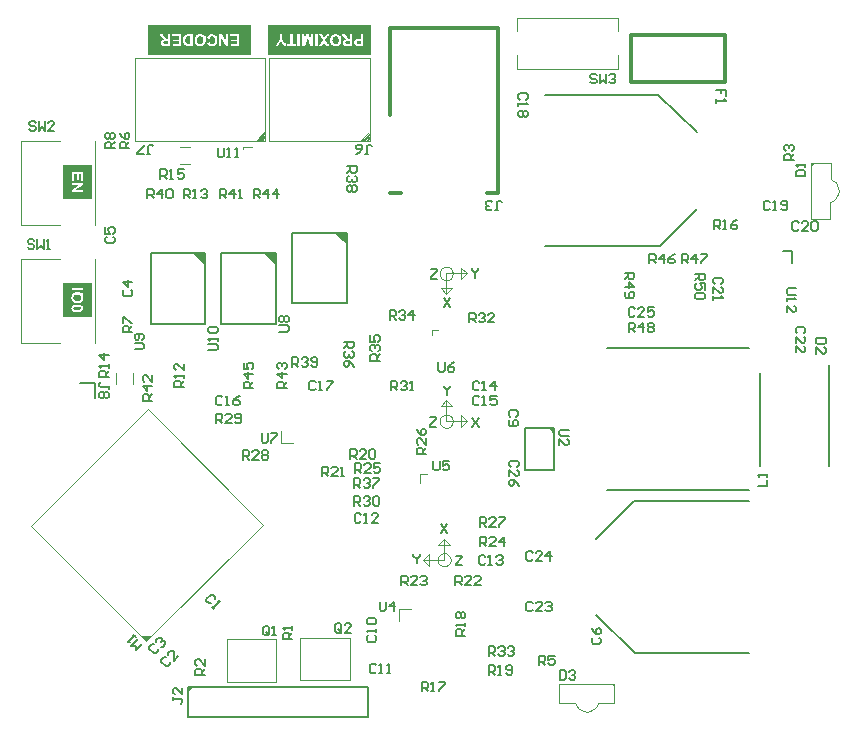
<source format=gto>
G04*
G04 #@! TF.GenerationSoftware,Altium Limited,Altium Designer,24.5.2 (23)*
G04*
G04 Layer_Color=65535*
%FSLAX25Y25*%
%MOIN*%
G70*
G04*
G04 #@! TF.SameCoordinates,843F1F9D-CF68-4CC6-824C-A0058C937974*
G04*
G04*
G04 #@! TF.FilePolarity,Positive*
G04*
G01*
G75*
%ADD10C,0.00394*%
%ADD11C,0.00787*%
%ADD12C,0.00500*%
%ADD13C,0.01181*%
%ADD14C,0.00197*%
%ADD15C,0.00800*%
%ADD16C,0.00799*%
G36*
X117519Y223416D02*
X83268D01*
Y233277D01*
X117519D01*
Y223416D01*
D02*
G37*
G36*
X24615Y175492D02*
X14755D01*
Y186712D01*
X24615D01*
Y175492D01*
D02*
G37*
G36*
X24616Y136122D02*
X14755D01*
Y147342D01*
X24616D01*
Y136122D01*
D02*
G37*
G36*
X77562Y223416D02*
X43312D01*
Y233277D01*
X77562D01*
Y223416D01*
D02*
G37*
%LPC*%
G36*
X111380Y230267D02*
X110603D01*
Y228663D01*
X110353D01*
X110275Y228668D01*
X110209Y228674D01*
X110153Y228685D01*
X110109Y228691D01*
X110081Y228702D01*
X110065Y228707D01*
X110059D01*
X110015Y228729D01*
X109970Y228752D01*
X109931Y228779D01*
X109892Y228802D01*
X109865Y228829D01*
X109843Y228852D01*
X109832Y228863D01*
X109826Y228868D01*
X109804Y228896D01*
X109776Y228924D01*
X109715Y229007D01*
X109648Y229096D01*
X109576Y229196D01*
X109515Y229284D01*
X109487Y229329D01*
X109465Y229362D01*
X109443Y229390D01*
X109426Y229412D01*
X109421Y229429D01*
X109415Y229434D01*
X108860Y230267D01*
X107928D01*
D01*
X108400Y229518D01*
X108449Y229440D01*
X108500Y229362D01*
X108544Y229295D01*
X108588Y229235D01*
X108627Y229179D01*
X108660Y229123D01*
X108727Y229040D01*
X108777Y228974D01*
X108810Y228929D01*
X108838Y228902D01*
X108844Y228896D01*
X108905Y228829D01*
X108977Y228768D01*
X109043Y228718D01*
X109110Y228668D01*
X109166Y228629D01*
X109210Y228602D01*
X109243Y228580D01*
X109249Y228574D01*
X109254D01*
X109160Y228557D01*
X109077Y228535D01*
X108999Y228513D01*
X108921Y228485D01*
X108855Y228457D01*
X108794Y228430D01*
X108733Y228402D01*
X108683Y228369D01*
X108638Y228341D01*
X108599Y228313D01*
X108566Y228285D01*
X108544Y228263D01*
X108522Y228247D01*
X108505Y228230D01*
X108500Y228224D01*
X108494Y228219D01*
X108449Y228163D01*
X108411Y228108D01*
X108344Y227986D01*
X108300Y227869D01*
X108272Y227753D01*
X108250Y227653D01*
X108244Y227614D01*
Y227575D01*
X108239Y227547D01*
Y227519D01*
Y227508D01*
Y227503D01*
X108244Y227381D01*
X108266Y227264D01*
X108294Y227164D01*
X108322Y227076D01*
X108355Y227003D01*
X108383Y226948D01*
X108394Y226931D01*
X108405Y226915D01*
X108411Y226909D01*
Y226904D01*
X108477Y226809D01*
X108549Y226731D01*
X108622Y226670D01*
X108694Y226615D01*
X108760Y226582D01*
X108810Y226554D01*
X108844Y226537D01*
X108849Y226532D01*
X108855D01*
X108910Y226515D01*
X108971Y226498D01*
X109110Y226471D01*
X109260Y226454D01*
X109404Y226437D01*
X109476D01*
X109537Y226432D01*
X109598D01*
X109648Y226426D01*
X107928D01*
X111380D01*
Y230267D01*
D02*
G37*
G36*
X107667Y230339D02*
D01*
Y228374D01*
X107661Y228541D01*
X107645Y228702D01*
X107623Y228852D01*
X107589Y228990D01*
X107550Y229118D01*
X107506Y229235D01*
X107462Y229345D01*
X107412Y229440D01*
X107367Y229529D01*
X107323Y229601D01*
X107279Y229667D01*
X107240Y229723D01*
X107206Y229762D01*
X107184Y229795D01*
X107167Y229812D01*
X107162Y229817D01*
X107062Y229912D01*
X106957Y229989D01*
X106851Y230061D01*
X106735Y230117D01*
X106624Y230167D01*
X106507Y230211D01*
X106402Y230245D01*
X106291Y230272D01*
X106191Y230294D01*
X106096Y230311D01*
X106013Y230322D01*
X105941Y230328D01*
X105885Y230333D01*
X105841Y230339D01*
X105802D01*
X105647Y230333D01*
X105502Y230317D01*
X105364Y230289D01*
X105236Y230256D01*
X105114Y230217D01*
X105003Y230172D01*
X104903Y230128D01*
X104809Y230078D01*
X104731Y230028D01*
X104659Y229984D01*
X104598Y229939D01*
X104548Y229901D01*
X104504Y229867D01*
X104476Y229839D01*
X104459Y229823D01*
X104454Y229817D01*
X104365Y229712D01*
X104287Y229601D01*
X104215Y229484D01*
X104159Y229368D01*
X104109Y229246D01*
X104065Y229123D01*
X104032Y229001D01*
X104004Y228885D01*
X103987Y228779D01*
X103971Y228674D01*
X103960Y228585D01*
X103948Y228507D01*
Y228441D01*
X103943Y228391D01*
Y228352D01*
X103948Y228180D01*
X103965Y228019D01*
X103987Y227869D01*
X104021Y227725D01*
X104060Y227597D01*
X104104Y227475D01*
X104148Y227364D01*
X104198Y227270D01*
X104248Y227181D01*
X104293Y227103D01*
X104337Y227037D01*
X104376Y226981D01*
X104404Y226942D01*
X104431Y226909D01*
X104448Y226892D01*
X104454Y226887D01*
X104553Y226793D01*
X104659Y226709D01*
X104770Y226637D01*
X104881Y226576D01*
X104997Y226526D01*
X105108Y226482D01*
X105219Y226448D01*
X105325Y226421D01*
X105425Y226398D01*
X105519Y226382D01*
X105602Y226371D01*
X105675Y226360D01*
X105730D01*
X105774Y226354D01*
X103943D01*
X107667D01*
Y230339D01*
D02*
G37*
G36*
X98271Y230267D02*
X97555D01*
Y227248D01*
X96800Y230267D01*
X96051D01*
X95296Y227248D01*
X95290Y230267D01*
X95821D01*
X94574D01*
Y226426D01*
X98271D01*
Y230267D01*
D02*
G37*
G36*
X92565D02*
D01*
Y227076D01*
X91428D01*
Y230267D01*
X89518D01*
X90651D01*
Y227076D01*
X89518D01*
Y226426D01*
X92565D01*
Y230267D01*
D02*
G37*
G36*
X114960D02*
X114183D01*
Y228818D01*
X113495D01*
X113411Y228813D01*
X113333D01*
X113261Y228807D01*
X113195Y228802D01*
X113134Y228796D01*
X113084Y228790D01*
X113034D01*
X112995Y228785D01*
X112956Y228779D01*
X112928Y228774D01*
X112906D01*
X112890Y228768D01*
X112878D01*
X112801Y228746D01*
X112729Y228718D01*
X112662Y228691D01*
X112601Y228657D01*
X112551Y228629D01*
X112512Y228607D01*
X112490Y228591D01*
X112479Y228585D01*
X112407Y228530D01*
X112346Y228469D01*
X112285Y228402D01*
X112240Y228346D01*
X112201Y228291D01*
X112174Y228247D01*
X112157Y228219D01*
X112151Y228208D01*
X112107Y228113D01*
X112074Y228013D01*
X112051Y227908D01*
X112035Y227814D01*
X112024Y227736D01*
Y227697D01*
X112018Y227669D01*
Y227608D01*
X112029Y227447D01*
X112051Y227297D01*
X112090Y227175D01*
X112129Y227064D01*
X112151Y227020D01*
X112174Y226981D01*
X112190Y226948D01*
X112212Y226915D01*
X112223Y226892D01*
X112235Y226876D01*
X112246Y226870D01*
Y226865D01*
X112335Y226765D01*
X112423Y226681D01*
X112518Y226615D01*
X112601Y226565D01*
X112679Y226532D01*
X112740Y226504D01*
X112762Y226498D01*
X112778Y226493D01*
X112790Y226487D01*
X112795D01*
X112840Y226476D01*
X112895Y226465D01*
X112962Y226460D01*
X113028Y226454D01*
X113184Y226443D01*
X113339Y226432D01*
X113483D01*
X113544Y226426D01*
X112018D01*
X114960D01*
Y230267D01*
D02*
G37*
G36*
X103726D02*
D01*
Y226426D01*
X103604D01*
X102400Y228269D01*
X103726Y230267D01*
X101942D01*
X102794D01*
X101939Y228968D01*
X101090Y230267D01*
X100158D01*
D01*
X101479Y228269D01*
X100274Y226426D01*
X101179D01*
X101939Y227575D01*
X102700Y226426D01*
X101455D01*
X103726D01*
Y230267D01*
D02*
G37*
G36*
X99780D02*
X99003D01*
Y226426D01*
X99780D01*
Y230267D01*
D02*
G37*
G36*
X93814D02*
X93037D01*
Y226426D01*
X93814D01*
Y230267D01*
D02*
G37*
G36*
X89413D02*
D01*
Y226426D01*
X88009Y228652D01*
Y230267D01*
X87232D01*
Y228657D01*
X85828Y226426D01*
D01*
X89413D01*
Y230267D01*
D02*
G37*
%LPD*%
G36*
X110603Y227076D02*
X109715D01*
X109665Y227081D01*
X109543D01*
X109493Y227087D01*
X109460D01*
X109443Y227092D01*
X109437D01*
X109371Y227109D01*
X109310Y227131D01*
X109260Y227153D01*
X109221Y227181D01*
X109188Y227209D01*
X109160Y227225D01*
X109149Y227242D01*
X109143Y227248D01*
X109110Y227292D01*
X109082Y227347D01*
X109066Y227397D01*
X109049Y227447D01*
X109043Y227492D01*
X109038Y227525D01*
Y227547D01*
Y227558D01*
X109043Y227619D01*
X109049Y227675D01*
X109066Y227725D01*
X109077Y227769D01*
X109093Y227803D01*
X109110Y227825D01*
X109116Y227841D01*
X109121Y227847D01*
X109154Y227886D01*
X109188Y227919D01*
X109260Y227969D01*
X109288Y227986D01*
X109315Y227997D01*
X109332Y228008D01*
X109337D01*
X109365Y228013D01*
X109410Y228025D01*
X109454Y228030D01*
X109504Y228036D01*
X109621Y228041D01*
X109737Y228047D01*
X109848Y228052D01*
X110603D01*
Y227076D01*
D02*
G37*
G36*
X105885Y229673D02*
X105969Y229662D01*
X106046Y229645D01*
X106119Y229623D01*
X106252Y229573D01*
X106357Y229506D01*
X106407Y229479D01*
X106446Y229445D01*
X106485Y229418D01*
X106513Y229390D01*
X106535Y229373D01*
X106551Y229357D01*
X106562Y229345D01*
X106568Y229340D01*
X106618Y229273D01*
X106668Y229201D01*
X106707Y229123D01*
X106740Y229040D01*
X106796Y228879D01*
X106829Y228718D01*
X106840Y228641D01*
X106851Y228574D01*
X106857Y228507D01*
X106862Y228452D01*
X106868Y228408D01*
Y228374D01*
Y228352D01*
Y228346D01*
X106862Y228224D01*
X106857Y228113D01*
X106840Y228008D01*
X106823Y227908D01*
X106801Y227819D01*
X106779Y227736D01*
X106751Y227664D01*
X106723Y227597D01*
X106696Y227536D01*
X106668Y227486D01*
X106646Y227447D01*
X106624Y227409D01*
X106607Y227381D01*
X106590Y227364D01*
X106585Y227353D01*
X106579Y227347D01*
X106524Y227286D01*
X106463Y227237D01*
X106396Y227192D01*
X106335Y227153D01*
X106268Y227120D01*
X106202Y227098D01*
X106080Y227053D01*
X105969Y227031D01*
X105924Y227026D01*
X105880Y227020D01*
X105847Y227014D01*
X105802D01*
X105713Y227020D01*
X105630Y227031D01*
X105552Y227042D01*
X105480Y227064D01*
X105353Y227120D01*
X105292Y227148D01*
X105242Y227175D01*
X105192Y227209D01*
X105153Y227237D01*
X105120Y227264D01*
X105086Y227292D01*
X105064Y227314D01*
X105047Y227325D01*
X105042Y227336D01*
X105036Y227342D01*
X104986Y227409D01*
X104936Y227481D01*
X104897Y227553D01*
X104864Y227636D01*
X104814Y227803D01*
X104781Y227963D01*
X104764Y228036D01*
X104759Y228108D01*
X104753Y228169D01*
X104748Y228224D01*
X104742Y228274D01*
Y228308D01*
Y228330D01*
Y228335D01*
X104748Y228457D01*
X104753Y228574D01*
X104770Y228679D01*
X104787Y228774D01*
X104809Y228868D01*
X104836Y228951D01*
X104864Y229024D01*
X104892Y229090D01*
X104920Y229151D01*
X104947Y229201D01*
X104970Y229246D01*
X104997Y229284D01*
X105014Y229312D01*
X105031Y229329D01*
X105036Y229340D01*
X105042Y229345D01*
X105097Y229406D01*
X105158Y229456D01*
X105225Y229501D01*
X105286Y229540D01*
X105353Y229568D01*
X105414Y229595D01*
X105536Y229634D01*
X105641Y229662D01*
X105686Y229667D01*
X105725Y229673D01*
X105758Y229679D01*
X105802D01*
X105885Y229673D01*
D02*
G37*
G36*
X107667Y226354D02*
X105813D01*
X105980Y226360D01*
X106141Y226376D01*
X106280Y226404D01*
X106402Y226432D01*
X106451Y226448D01*
X106501Y226460D01*
X106540Y226471D01*
X106574Y226487D01*
X106601Y226493D01*
X106624Y226504D01*
X106635Y226509D01*
X106640D01*
X106740Y226554D01*
X106834Y226609D01*
X106918Y226670D01*
X106990Y226726D01*
X107051Y226776D01*
X107101Y226820D01*
X107129Y226848D01*
X107134Y226853D01*
X107140Y226859D01*
X107217Y226948D01*
X107290Y227042D01*
X107351Y227126D01*
X107401Y227209D01*
X107439Y227281D01*
X107473Y227336D01*
X107478Y227359D01*
X107489Y227375D01*
X107495Y227381D01*
Y227386D01*
X107550Y227542D01*
X107595Y227708D01*
X107623Y227875D01*
X107645Y228030D01*
X107650Y228102D01*
X107656Y228169D01*
X107661Y228224D01*
Y228274D01*
X107667Y228319D01*
Y226354D01*
D02*
G37*
G36*
X97111Y226426D02*
X95740D01*
X96423Y229051D01*
X97111Y226426D01*
D02*
G37*
G36*
X114183Y227076D02*
X113605D01*
X113550Y227081D01*
X113500D01*
X113450Y227087D01*
X113378D01*
X113322Y227092D01*
X113284Y227098D01*
X113261Y227103D01*
X113256D01*
X113189Y227120D01*
X113128Y227142D01*
X113073Y227170D01*
X113028Y227203D01*
X112995Y227231D01*
X112967Y227253D01*
X112951Y227270D01*
X112945Y227275D01*
X112901Y227331D01*
X112873Y227386D01*
X112851Y227447D01*
X112834Y227503D01*
X112823Y227553D01*
X112817Y227592D01*
Y227614D01*
Y227625D01*
X112823Y227686D01*
X112829Y227742D01*
X112845Y227792D01*
X112862Y227836D01*
X112878Y227875D01*
X112890Y227903D01*
X112901Y227919D01*
X112906Y227925D01*
X112940Y227969D01*
X112984Y228008D01*
X113023Y228041D01*
X113062Y228069D01*
X113095Y228086D01*
X113123Y228102D01*
X113145Y228108D01*
X113150Y228113D01*
X113184Y228124D01*
X113223Y228130D01*
X113311Y228147D01*
X113411Y228158D01*
X113511Y228163D01*
X113611D01*
X113650Y228169D01*
X114183D01*
Y227076D01*
D02*
G37*
G36*
X88508Y226426D02*
X86721D01*
X87604Y227947D01*
X88508Y226426D01*
D02*
G37*
%LPC*%
G36*
X21605Y184418D02*
X17765D01*
Y181499D01*
X21605D01*
Y184418D01*
D02*
G37*
G36*
Y180839D02*
X17765D01*
Y177786D01*
X21605D01*
Y178502D01*
X19019D01*
X21605Y180089D01*
Y180839D01*
D02*
G37*
%LPD*%
G36*
X20956Y181571D02*
X21605D01*
Y181499D01*
X18414D01*
Y183642D01*
X19457D01*
Y181716D01*
X20107D01*
Y183642D01*
X20956D01*
Y181571D01*
D02*
G37*
G36*
X17765Y178563D02*
Y180123D01*
X20296D01*
X17765Y178563D01*
D02*
G37*
%LPC*%
G36*
X21605Y145742D02*
X17765D01*
Y144965D01*
X21605D01*
Y145742D01*
D02*
G37*
G36*
X21678Y144382D02*
D01*
Y142529D01*
X21672Y142695D01*
X21655Y142856D01*
X21628Y142995D01*
X21600Y143117D01*
X21583Y143167D01*
X21572Y143217D01*
X21561Y143256D01*
X21544Y143289D01*
X21539Y143317D01*
X21528Y143339D01*
X21522Y143350D01*
Y143356D01*
X21478Y143456D01*
X21422Y143550D01*
X21361Y143633D01*
X21306Y143705D01*
X21256Y143766D01*
X21211Y143816D01*
X21184Y143844D01*
X21178Y143850D01*
X21172Y143855D01*
X21084Y143933D01*
X20989Y144005D01*
X20906Y144066D01*
X20823Y144116D01*
X20751Y144155D01*
X20695Y144188D01*
X20673Y144194D01*
X20656Y144205D01*
X20651Y144210D01*
X20645D01*
X20490Y144266D01*
X20323Y144310D01*
X20157Y144338D01*
X20001Y144360D01*
X19929Y144366D01*
X19863Y144371D01*
X19807Y144377D01*
X19757D01*
X19713Y144382D01*
X19657D01*
X19491Y144377D01*
X19330Y144360D01*
X19180Y144338D01*
X19041Y144305D01*
X18914Y144266D01*
X18797Y144221D01*
X18686Y144177D01*
X18592Y144127D01*
X18503Y144083D01*
X18431Y144038D01*
X18364Y143994D01*
X18309Y143955D01*
X18270Y143922D01*
X18237Y143900D01*
X18220Y143883D01*
X18214Y143877D01*
X18120Y143777D01*
X18042Y143672D01*
X17970Y143567D01*
X17915Y143450D01*
X17865Y143339D01*
X17820Y143222D01*
X17787Y143117D01*
X17759Y143006D01*
X17737Y142906D01*
X17720Y142812D01*
X17709Y142728D01*
X17704Y142656D01*
X17698Y142601D01*
X17693Y142556D01*
Y142518D01*
X17698Y142362D01*
X17715Y142218D01*
X17743Y142079D01*
X17776Y141952D01*
X17815Y141829D01*
X17859Y141718D01*
X17904Y141619D01*
X17954Y141524D01*
X18003Y141446D01*
X18048Y141374D01*
X18092Y141313D01*
X18131Y141263D01*
X18164Y141219D01*
X18192Y141191D01*
X18209Y141174D01*
X18214Y141169D01*
X18320Y141080D01*
X18431Y141002D01*
X18547Y140930D01*
X18664Y140875D01*
X18786Y140825D01*
X18908Y140780D01*
X19030Y140747D01*
X19147Y140719D01*
X19252Y140703D01*
X19358Y140686D01*
X19446Y140675D01*
X19524Y140664D01*
X19591D01*
X19641Y140658D01*
X17693D01*
X21678D01*
Y144382D01*
D02*
G37*
G36*
X21628Y140214D02*
D01*
Y138971D01*
X21622Y139071D01*
X21611Y139165D01*
X21589Y139260D01*
X21567Y139343D01*
X21533Y139421D01*
X21500Y139493D01*
X21467Y139554D01*
X21428Y139615D01*
X21389Y139665D01*
X21356Y139715D01*
X21322Y139754D01*
X21289Y139781D01*
X21267Y139809D01*
X21245Y139826D01*
X21234Y139837D01*
X21228Y139842D01*
X21134Y139909D01*
X21023Y139965D01*
X20906Y140015D01*
X20784Y140059D01*
X20656Y140092D01*
X20523Y140126D01*
X20395Y140148D01*
X20268Y140170D01*
X20146Y140181D01*
X20035Y140192D01*
X19929Y140203D01*
X19840Y140209D01*
X19768Y140214D01*
X19663D01*
D01*
X17693D01*
X19663D01*
X19463Y140209D01*
X19280Y140198D01*
X19108Y140181D01*
X18952Y140159D01*
X18814Y140137D01*
X18686Y140109D01*
X18575Y140076D01*
X18475Y140042D01*
X18392Y140015D01*
X18314Y139981D01*
X18253Y139953D01*
X18203Y139926D01*
X18170Y139909D01*
X18142Y139892D01*
X18126Y139881D01*
X18120Y139876D01*
X18042Y139809D01*
X17981Y139737D01*
X17920Y139665D01*
X17876Y139587D01*
X17831Y139515D01*
X17798Y139437D01*
X17770Y139365D01*
X17748Y139293D01*
X17726Y139226D01*
X17715Y139165D01*
X17704Y139110D01*
X17698Y139066D01*
Y139027D01*
X17693Y138993D01*
Y138971D01*
X17698Y138871D01*
X17709Y138777D01*
X17731Y138682D01*
X17754Y138599D01*
X17782Y138522D01*
X17815Y138450D01*
X17854Y138388D01*
X17892Y138327D01*
X17926Y138277D01*
X17965Y138227D01*
X17998Y138189D01*
X18026Y138155D01*
X18048Y138133D01*
X18070Y138117D01*
X18081Y138105D01*
X18087Y138100D01*
X18181Y138033D01*
X18292Y137978D01*
X18409Y137922D01*
X18536Y137883D01*
X18664Y137845D01*
X18792Y137817D01*
X18925Y137789D01*
X19052Y137767D01*
X19174Y137756D01*
X19286Y137745D01*
X19391Y137733D01*
X19480Y137728D01*
X19552Y137722D01*
X17693D01*
X21628D01*
Y140214D01*
D02*
G37*
%LPD*%
G36*
X19807Y143578D02*
X19918Y143572D01*
X20024Y143555D01*
X20124Y143539D01*
X20212Y143517D01*
X20296Y143494D01*
X20368Y143467D01*
X20434Y143439D01*
X20495Y143411D01*
X20545Y143383D01*
X20584Y143361D01*
X20623Y143339D01*
X20651Y143322D01*
X20667Y143306D01*
X20679Y143300D01*
X20684Y143295D01*
X20745Y143239D01*
X20795Y143178D01*
X20840Y143111D01*
X20878Y143050D01*
X20912Y142984D01*
X20934Y142917D01*
X20978Y142795D01*
X21001Y142684D01*
X21006Y142640D01*
X21012Y142595D01*
X21017Y142562D01*
Y142518D01*
X21012Y142429D01*
X21001Y142346D01*
X20989Y142268D01*
X20967Y142196D01*
X20912Y142068D01*
X20884Y142007D01*
X20856Y141957D01*
X20823Y141907D01*
X20795Y141868D01*
X20767Y141835D01*
X20740Y141802D01*
X20717Y141779D01*
X20706Y141763D01*
X20695Y141757D01*
X20690Y141752D01*
X20623Y141702D01*
X20551Y141652D01*
X20479Y141613D01*
X20395Y141580D01*
X20229Y141530D01*
X20068Y141496D01*
X19996Y141480D01*
X19924Y141474D01*
X19863Y141469D01*
X19807Y141463D01*
X19757Y141457D01*
X19724D01*
X19702D01*
X19696D01*
X19574Y141463D01*
X19458Y141469D01*
X19352Y141485D01*
X19258Y141502D01*
X19163Y141524D01*
X19080Y141552D01*
X19008Y141580D01*
X18941Y141607D01*
X18880Y141635D01*
X18830Y141663D01*
X18786Y141685D01*
X18747Y141713D01*
X18719Y141729D01*
X18703Y141746D01*
X18692Y141752D01*
X18686Y141757D01*
X18625Y141813D01*
X18575Y141874D01*
X18531Y141940D01*
X18492Y142001D01*
X18464Y142068D01*
X18436Y142129D01*
X18397Y142251D01*
X18370Y142357D01*
X18364Y142401D01*
X18359Y142440D01*
X18353Y142473D01*
Y142518D01*
X18359Y142601D01*
X18370Y142684D01*
X18386Y142762D01*
X18409Y142834D01*
X18459Y142967D01*
X18525Y143073D01*
X18553Y143123D01*
X18586Y143161D01*
X18614Y143200D01*
X18642Y143228D01*
X18658Y143250D01*
X18675Y143267D01*
X18686Y143278D01*
X18692Y143283D01*
X18758Y143333D01*
X18830Y143383D01*
X18908Y143422D01*
X18991Y143456D01*
X19152Y143511D01*
X19313Y143544D01*
X19391Y143555D01*
X19458Y143567D01*
X19524Y143572D01*
X19580Y143578D01*
X19624Y143583D01*
X19657D01*
X19680D01*
X19685D01*
X19807Y143578D01*
D02*
G37*
G36*
X21678Y140658D02*
X19680D01*
X19852Y140664D01*
X20013Y140681D01*
X20162Y140703D01*
X20307Y140736D01*
X20434Y140775D01*
X20557Y140819D01*
X20667Y140864D01*
X20762Y140914D01*
X20851Y140964D01*
X20928Y141008D01*
X20995Y141052D01*
X21050Y141091D01*
X21089Y141119D01*
X21123Y141147D01*
X21139Y141163D01*
X21145Y141169D01*
X21239Y141269D01*
X21322Y141374D01*
X21395Y141485D01*
X21456Y141596D01*
X21506Y141713D01*
X21550Y141824D01*
X21583Y141935D01*
X21611Y142040D01*
X21633Y142140D01*
X21650Y142235D01*
X21661Y142318D01*
X21672Y142390D01*
Y142446D01*
X21678Y142490D01*
Y140658D01*
D02*
G37*
G36*
X19896Y139432D02*
X19996D01*
X20096Y139426D01*
X20179Y139421D01*
X20262Y139415D01*
X20329Y139410D01*
X20395Y139399D01*
X20451Y139393D01*
X20495Y139387D01*
X20534Y139382D01*
X20568Y139376D01*
X20590Y139371D01*
X20612D01*
X20617Y139365D01*
X20623D01*
X20701Y139343D01*
X20767Y139315D01*
X20817Y139293D01*
X20862Y139265D01*
X20889Y139243D01*
X20912Y139226D01*
X20923Y139215D01*
X20928Y139210D01*
X20956Y139171D01*
X20978Y139127D01*
X20995Y139088D01*
X21006Y139049D01*
X21012Y139021D01*
X21017Y138993D01*
Y138971D01*
X21012Y138921D01*
X21006Y138877D01*
X20989Y138838D01*
X20973Y138805D01*
X20956Y138777D01*
X20945Y138755D01*
X20934Y138744D01*
X20928Y138738D01*
X20889Y138705D01*
X20840Y138672D01*
X20784Y138644D01*
X20729Y138616D01*
X20673Y138599D01*
X20629Y138583D01*
X20601Y138577D01*
X20595Y138572D01*
X20590D01*
X20540Y138560D01*
X20479Y138549D01*
X20407Y138538D01*
X20335Y138527D01*
X20185Y138516D01*
X20029Y138511D01*
X19957Y138505D01*
X19885D01*
X19824Y138499D01*
X19768D01*
X19724D01*
X19685D01*
X19663D01*
X19657D01*
X19535D01*
X19419Y138505D01*
X19313D01*
X19219Y138511D01*
X19130Y138516D01*
X19052Y138522D01*
X18980Y138533D01*
X18919Y138538D01*
X18864Y138544D01*
X18819Y138555D01*
X18780Y138560D01*
X18747Y138566D01*
X18725Y138572D01*
X18703D01*
X18697Y138577D01*
X18692D01*
X18614Y138599D01*
X18553Y138627D01*
X18497Y138655D01*
X18459Y138677D01*
X18425Y138699D01*
X18403Y138721D01*
X18392Y138733D01*
X18386Y138738D01*
X18359Y138777D01*
X18337Y138816D01*
X18325Y138855D01*
X18314Y138893D01*
X18309Y138921D01*
X18303Y138949D01*
Y138971D01*
X18309Y139021D01*
X18314Y139066D01*
X18331Y139104D01*
X18348Y139138D01*
X18359Y139165D01*
X18375Y139188D01*
X18381Y139199D01*
X18386Y139204D01*
X18425Y139238D01*
X18475Y139271D01*
X18531Y139299D01*
X18586Y139326D01*
X18636Y139343D01*
X18681Y139360D01*
X18708Y139365D01*
X18719Y139371D01*
X18775Y139382D01*
X18836Y139393D01*
X18903Y139404D01*
X18975Y139410D01*
X19130Y139421D01*
X19286Y139426D01*
X19358Y139432D01*
X19430D01*
X19491Y139437D01*
X19546D01*
X19591D01*
X19630D01*
X19652D01*
X19657D01*
X19780D01*
X19896Y139432D01*
D02*
G37*
G36*
X21628Y137722D02*
X19657D01*
X19857Y137728D01*
X20040Y137739D01*
X20207Y137756D01*
X20362Y137783D01*
X20506Y137811D01*
X20634Y137839D01*
X20751Y137878D01*
X20851Y137911D01*
X20945Y137944D01*
X21017Y137978D01*
X21084Y138011D01*
X21139Y138039D01*
X21178Y138066D01*
X21206Y138083D01*
X21223Y138094D01*
X21228Y138100D01*
X21300Y138161D01*
X21361Y138227D01*
X21411Y138300D01*
X21461Y138372D01*
X21500Y138444D01*
X21528Y138516D01*
X21555Y138583D01*
X21578Y138655D01*
X21594Y138721D01*
X21605Y138777D01*
X21617Y138832D01*
X21622Y138877D01*
X21628Y138916D01*
Y137722D01*
D02*
G37*
%LPC*%
G36*
X50686Y230267D02*
X49909D01*
Y228663D01*
X49659D01*
X49581Y228668D01*
X49515Y228674D01*
X49459Y228685D01*
X49415Y228691D01*
X49387Y228702D01*
X49370Y228707D01*
X49365D01*
X49320Y228729D01*
X49276Y228752D01*
X49237Y228779D01*
X49198Y228802D01*
X49171Y228829D01*
X49148Y228852D01*
X49137Y228863D01*
X49132Y228868D01*
X49110Y228896D01*
X49082Y228924D01*
X49021Y229007D01*
X48954Y229096D01*
X48882Y229196D01*
X48821Y229284D01*
X48793Y229329D01*
X48771Y229362D01*
X48749Y229390D01*
X48732Y229412D01*
X48726Y229429D01*
X48721Y229434D01*
X48166Y230267D01*
X47234D01*
D01*
X47705Y229518D01*
X47755Y229440D01*
X47805Y229362D01*
X47850Y229295D01*
X47894Y229235D01*
X47933Y229179D01*
X47966Y229123D01*
X48033Y229040D01*
X48083Y228974D01*
X48116Y228929D01*
X48144Y228902D01*
X48149Y228896D01*
X48210Y228829D01*
X48283Y228768D01*
X48349Y228718D01*
X48416Y228668D01*
X48471Y228629D01*
X48516Y228602D01*
X48549Y228580D01*
X48555Y228574D01*
X48560D01*
X48466Y228557D01*
X48382Y228535D01*
X48305Y228513D01*
X48227Y228485D01*
X48160Y228457D01*
X48099Y228430D01*
X48038Y228402D01*
X47988Y228369D01*
X47944Y228341D01*
X47905Y228313D01*
X47872Y228285D01*
X47850Y228263D01*
X47827Y228247D01*
X47811Y228230D01*
X47805Y228224D01*
X47800Y228219D01*
X47755Y228163D01*
X47716Y228108D01*
X47650Y227986D01*
X47605Y227869D01*
X47578Y227753D01*
X47556Y227653D01*
X47550Y227614D01*
Y227575D01*
X47544Y227547D01*
Y227519D01*
Y227508D01*
Y227503D01*
X47550Y227381D01*
X47572Y227264D01*
X47600Y227164D01*
X47628Y227076D01*
X47661Y227003D01*
X47689Y226948D01*
X47700Y226931D01*
X47711Y226915D01*
X47716Y226909D01*
Y226904D01*
X47783Y226809D01*
X47855Y226731D01*
X47927Y226670D01*
X48000Y226615D01*
X48066Y226582D01*
X48116Y226554D01*
X48149Y226537D01*
X48155Y226532D01*
X48160D01*
X48216Y226515D01*
X48277Y226498D01*
X48416Y226471D01*
X48566Y226454D01*
X48710Y226437D01*
X48782D01*
X48843Y226432D01*
X48904D01*
X48954Y226426D01*
X47234D01*
X50686D01*
Y230267D01*
D02*
G37*
G36*
X66326Y230333D02*
D01*
Y228380D01*
X66320Y228546D01*
X66303Y228702D01*
X66281Y228852D01*
X66248Y228985D01*
X66215Y229112D01*
X66170Y229235D01*
X66126Y229340D01*
X66081Y229434D01*
X66037Y229523D01*
X65993Y229601D01*
X65948Y229662D01*
X65915Y229717D01*
X65882Y229756D01*
X65859Y229789D01*
X65843Y229806D01*
X65837Y229812D01*
X65743Y229906D01*
X65643Y229984D01*
X65538Y230056D01*
X65432Y230111D01*
X65327Y230161D01*
X65221Y230206D01*
X65121Y230239D01*
X65027Y230267D01*
X64933Y230289D01*
X64849Y230306D01*
X64772Y230317D01*
X64710Y230322D01*
X64655Y230328D01*
X64616Y230333D01*
X64583D01*
X64466Y230328D01*
X64361Y230322D01*
X64255Y230306D01*
X64161Y230283D01*
X64072Y230261D01*
X63989Y230239D01*
X63911Y230211D01*
X63839Y230178D01*
X63778Y230150D01*
X63723Y230122D01*
X63673Y230100D01*
X63634Y230078D01*
X63600Y230056D01*
X63578Y230039D01*
X63567Y230034D01*
X63562Y230028D01*
X63490Y229967D01*
X63423Y229901D01*
X63301Y229751D01*
X63201Y229595D01*
X63123Y229445D01*
X63090Y229373D01*
X63062Y229307D01*
X63040Y229246D01*
X63018Y229196D01*
X63001Y229151D01*
X62990Y229118D01*
X62985Y229096D01*
Y229090D01*
X63739Y228857D01*
X63784Y229007D01*
X63834Y229135D01*
X63884Y229240D01*
X63939Y229329D01*
X63984Y229395D01*
X64022Y229440D01*
X64050Y229468D01*
X64061Y229479D01*
X64150Y229545D01*
X64239Y229590D01*
X64328Y229623D01*
X64405Y229651D01*
X64477Y229662D01*
X64539Y229667D01*
X64561Y229673D01*
X64588D01*
X64666Y229667D01*
X64738Y229662D01*
X64872Y229623D01*
X64988Y229579D01*
X65082Y229518D01*
X65160Y229462D01*
X65216Y229418D01*
X65238Y229395D01*
X65254Y229379D01*
X65260Y229373D01*
X65266Y229368D01*
X65310Y229307D01*
X65349Y229235D01*
X65388Y229157D01*
X65415Y229074D01*
X65460Y228902D01*
X65493Y228729D01*
X65504Y228646D01*
X65510Y228574D01*
X65521Y228502D01*
Y228441D01*
X65526Y228396D01*
Y228358D01*
Y228330D01*
Y228324D01*
X65521Y228197D01*
X65515Y228080D01*
X65504Y227975D01*
X65487Y227875D01*
X65465Y227786D01*
X65443Y227703D01*
X65421Y227630D01*
X65393Y227564D01*
X65371Y227508D01*
X65349Y227459D01*
X65327Y227420D01*
X65304Y227386D01*
X65288Y227359D01*
X65277Y227342D01*
X65266Y227331D01*
Y227325D01*
X65216Y227270D01*
X65160Y227220D01*
X65105Y227181D01*
X65043Y227148D01*
X64927Y227092D01*
X64816Y227053D01*
X64722Y227031D01*
X64677Y227026D01*
X64644Y227020D01*
X64611Y227014D01*
X64572D01*
X64461Y227020D01*
X64361Y227042D01*
X64272Y227070D01*
X64194Y227103D01*
X64133Y227137D01*
X64089Y227164D01*
X64061Y227186D01*
X64050Y227192D01*
X63978Y227259D01*
X63911Y227336D01*
X63861Y227414D01*
X63823Y227492D01*
X63795Y227558D01*
X63778Y227608D01*
X63767Y227630D01*
Y227647D01*
X63762Y227653D01*
Y227658D01*
X62996Y227475D01*
X63051Y227314D01*
X63112Y227175D01*
X63179Y227053D01*
X63240Y226953D01*
X63301Y226876D01*
X63323Y226842D01*
X63345Y226815D01*
X63362Y226798D01*
X63379Y226781D01*
X63384Y226770D01*
X63390D01*
X63473Y226698D01*
X63567Y226631D01*
X63656Y226576D01*
X63750Y226532D01*
X63850Y226487D01*
X63945Y226454D01*
X64039Y226426D01*
X64128Y226404D01*
X64211Y226387D01*
X64289Y226376D01*
X64355Y226365D01*
X64416Y226360D01*
X64466Y226354D01*
X62985D01*
D01*
X66326D01*
Y230333D01*
D02*
G37*
G36*
X62474Y230339D02*
D01*
Y228374D01*
X62468Y228541D01*
X62452Y228702D01*
X62429Y228852D01*
X62396Y228990D01*
X62357Y229118D01*
X62313Y229235D01*
X62269Y229345D01*
X62219Y229440D01*
X62174Y229529D01*
X62130Y229601D01*
X62085Y229667D01*
X62046Y229723D01*
X62013Y229762D01*
X61991Y229795D01*
X61974Y229812D01*
X61969Y229817D01*
X61869Y229912D01*
X61764Y229989D01*
X61658Y230061D01*
X61541Y230117D01*
X61431Y230167D01*
X61314Y230211D01*
X61208Y230245D01*
X61098Y230272D01*
X60998Y230294D01*
X60903Y230311D01*
X60820Y230322D01*
X60748Y230328D01*
X60692Y230333D01*
X60648Y230339D01*
X60609D01*
X60454Y230333D01*
X60309Y230317D01*
X60171Y230289D01*
X60043Y230256D01*
X59921Y230217D01*
X59810Y230172D01*
X59710Y230128D01*
X59616Y230078D01*
X59538Y230028D01*
X59466Y229984D01*
X59405Y229939D01*
X59355Y229901D01*
X59310Y229867D01*
X59283Y229839D01*
X59266Y229823D01*
X59260Y229817D01*
X59172Y229712D01*
X59094Y229601D01*
X59022Y229484D01*
X58966Y229368D01*
X58916Y229246D01*
X58872Y229123D01*
X58839Y229001D01*
X58811Y228885D01*
X58794Y228779D01*
X58778Y228674D01*
X58767Y228585D01*
X58755Y228507D01*
Y228441D01*
X58750Y228391D01*
Y228352D01*
X58755Y228180D01*
X58772Y228019D01*
X58794Y227869D01*
X58828Y227725D01*
X58866Y227597D01*
X58911Y227475D01*
X58955Y227364D01*
X59005Y227270D01*
X59055Y227181D01*
X59100Y227103D01*
X59144Y227037D01*
X59183Y226981D01*
X59210Y226942D01*
X59238Y226909D01*
X59255Y226892D01*
X59260Y226887D01*
X59360Y226793D01*
X59466Y226709D01*
X59577Y226637D01*
X59688Y226576D01*
X59804Y226526D01*
X59915Y226482D01*
X60026Y226448D01*
X60132Y226421D01*
X60232Y226398D01*
X60326Y226382D01*
X60409Y226371D01*
X60481Y226360D01*
X60537D01*
X60581Y226354D01*
X58750D01*
X62474D01*
Y230339D01*
D02*
G37*
G36*
X70061Y230267D02*
X69345D01*
Y227736D01*
X67785Y230267D01*
X67008D01*
Y226426D01*
X70061D01*
Y230267D01*
D02*
G37*
G36*
X73641D02*
X70721D01*
Y229617D01*
X72864D01*
Y228574D01*
X70938D01*
Y227925D01*
X72864D01*
Y227076D01*
X70793D01*
Y226426D01*
X70721D01*
D01*
X73641D01*
Y230267D01*
D02*
G37*
G36*
X58139D02*
X56685D01*
X56535Y230261D01*
X56397Y230256D01*
X56280Y230245D01*
X56186Y230228D01*
X56108Y230211D01*
X56047Y230200D01*
X56030Y230195D01*
X56014D01*
X56008Y230189D01*
X56003D01*
X55880Y230145D01*
X55769Y230095D01*
X55681Y230045D01*
X55603Y229995D01*
X55542Y229950D01*
X55497Y229917D01*
X55470Y229895D01*
X55459Y229884D01*
X55364Y229778D01*
X55281Y229667D01*
X55209Y229551D01*
X55153Y229445D01*
X55109Y229345D01*
X55087Y229307D01*
X55076Y229273D01*
X55065Y229240D01*
X55054Y229218D01*
X55048Y229207D01*
Y229201D01*
X55009Y229068D01*
X54976Y228929D01*
X54954Y228796D01*
X54943Y228668D01*
X54937Y228607D01*
X54931Y228552D01*
Y228507D01*
X54926Y228463D01*
Y228385D01*
X54931Y228191D01*
X54948Y228019D01*
X54954Y227936D01*
X54965Y227864D01*
X54976Y227792D01*
X54987Y227730D01*
X55004Y227675D01*
X55015Y227625D01*
X55026Y227581D01*
X55031Y227547D01*
X55042Y227519D01*
X55048Y227497D01*
X55054Y227486D01*
Y227481D01*
X55103Y227347D01*
X55164Y227225D01*
X55226Y227120D01*
X55287Y227031D01*
X55337Y226959D01*
X55381Y226904D01*
X55409Y226870D01*
X55414Y226859D01*
X55420D01*
X55514Y226770D01*
X55608Y226698D01*
X55708Y226637D01*
X55797Y226587D01*
X55875Y226548D01*
X55941Y226520D01*
X55964Y226515D01*
X55980Y226509D01*
X55992Y226504D01*
X55997D01*
X56103Y226476D01*
X56219Y226460D01*
X56341Y226443D01*
X56458Y226437D01*
X56563Y226432D01*
X56608Y226426D01*
X58139D01*
Y230267D01*
D02*
G37*
G36*
X54265D02*
X51346D01*
Y229617D01*
X53488D01*
Y228574D01*
X51563D01*
Y227925D01*
X53488D01*
Y227076D01*
X51418D01*
Y226426D01*
X51346D01*
D01*
X54265D01*
Y230267D01*
D02*
G37*
%LPD*%
G36*
X49909Y227076D02*
X49021D01*
X48971Y227081D01*
X48849D01*
X48799Y227087D01*
X48765D01*
X48749Y227092D01*
X48743D01*
X48677Y227109D01*
X48616Y227131D01*
X48566Y227153D01*
X48527Y227181D01*
X48493Y227209D01*
X48466Y227225D01*
X48455Y227242D01*
X48449Y227248D01*
X48416Y227292D01*
X48388Y227347D01*
X48371Y227397D01*
X48355Y227447D01*
X48349Y227492D01*
X48344Y227525D01*
Y227547D01*
Y227558D01*
X48349Y227619D01*
X48355Y227675D01*
X48371Y227725D01*
X48382Y227769D01*
X48399Y227803D01*
X48416Y227825D01*
X48421Y227841D01*
X48427Y227847D01*
X48460Y227886D01*
X48493Y227919D01*
X48566Y227969D01*
X48593Y227986D01*
X48621Y227997D01*
X48638Y228008D01*
X48643D01*
X48671Y228013D01*
X48715Y228025D01*
X48760Y228030D01*
X48810Y228036D01*
X48926Y228041D01*
X49043Y228047D01*
X49154Y228052D01*
X49909D01*
Y227076D01*
D02*
G37*
G36*
X66326Y226354D02*
X64533D01*
X64677Y226360D01*
X64821Y226376D01*
X64949Y226404D01*
X65077Y226437D01*
X65188Y226476D01*
X65299Y226520D01*
X65393Y226571D01*
X65482Y226620D01*
X65565Y226670D01*
X65632Y226720D01*
X65693Y226765D01*
X65743Y226804D01*
X65782Y226837D01*
X65809Y226865D01*
X65826Y226881D01*
X65832Y226887D01*
X65920Y226992D01*
X65993Y227103D01*
X66059Y227220D01*
X66115Y227342D01*
X66165Y227470D01*
X66203Y227592D01*
X66237Y227714D01*
X66264Y227830D01*
X66287Y227947D01*
X66298Y228047D01*
X66309Y228141D01*
X66320Y228219D01*
Y228285D01*
X66326Y228335D01*
Y226354D01*
D02*
G37*
G36*
X60692Y229673D02*
X60776Y229662D01*
X60853Y229645D01*
X60925Y229623D01*
X61059Y229573D01*
X61164Y229506D01*
X61214Y229479D01*
X61253Y229445D01*
X61292Y229418D01*
X61320Y229390D01*
X61342Y229373D01*
X61358Y229357D01*
X61369Y229345D01*
X61375Y229340D01*
X61425Y229273D01*
X61475Y229201D01*
X61514Y229123D01*
X61547Y229040D01*
X61602Y228879D01*
X61636Y228718D01*
X61647Y228641D01*
X61658Y228574D01*
X61664Y228507D01*
X61669Y228452D01*
X61675Y228408D01*
Y228374D01*
Y228352D01*
Y228346D01*
X61669Y228224D01*
X61664Y228113D01*
X61647Y228008D01*
X61630Y227908D01*
X61608Y227819D01*
X61586Y227736D01*
X61558Y227664D01*
X61530Y227597D01*
X61503Y227536D01*
X61475Y227486D01*
X61453Y227447D01*
X61431Y227409D01*
X61414Y227381D01*
X61397Y227364D01*
X61392Y227353D01*
X61386Y227347D01*
X61331Y227286D01*
X61269Y227237D01*
X61203Y227192D01*
X61142Y227153D01*
X61075Y227120D01*
X61009Y227098D01*
X60887Y227053D01*
X60776Y227031D01*
X60731Y227026D01*
X60687Y227020D01*
X60654Y227014D01*
X60609D01*
X60520Y227020D01*
X60437Y227031D01*
X60359Y227042D01*
X60287Y227064D01*
X60159Y227120D01*
X60098Y227148D01*
X60049Y227175D01*
X59999Y227209D01*
X59960Y227237D01*
X59926Y227264D01*
X59893Y227292D01*
X59871Y227314D01*
X59854Y227325D01*
X59849Y227336D01*
X59843Y227342D01*
X59793Y227409D01*
X59743Y227481D01*
X59704Y227553D01*
X59671Y227636D01*
X59621Y227803D01*
X59588Y227963D01*
X59571Y228036D01*
X59566Y228108D01*
X59560Y228169D01*
X59555Y228224D01*
X59549Y228274D01*
Y228308D01*
Y228330D01*
Y228335D01*
X59555Y228457D01*
X59560Y228574D01*
X59577Y228679D01*
X59593Y228774D01*
X59616Y228868D01*
X59643Y228951D01*
X59671Y229024D01*
X59699Y229090D01*
X59727Y229151D01*
X59754Y229201D01*
X59777Y229246D01*
X59804Y229284D01*
X59821Y229312D01*
X59838Y229329D01*
X59843Y229340D01*
X59849Y229345D01*
X59904Y229406D01*
X59965Y229456D01*
X60032Y229501D01*
X60093Y229540D01*
X60159Y229568D01*
X60221Y229595D01*
X60343Y229634D01*
X60448Y229662D01*
X60492Y229667D01*
X60531Y229673D01*
X60565Y229679D01*
X60609D01*
X60692Y229673D01*
D02*
G37*
G36*
X62474Y226354D02*
X60620D01*
X60787Y226360D01*
X60948Y226376D01*
X61086Y226404D01*
X61208Y226432D01*
X61258Y226448D01*
X61308Y226460D01*
X61347Y226471D01*
X61380Y226487D01*
X61408Y226493D01*
X61431Y226504D01*
X61442Y226509D01*
X61447D01*
X61547Y226554D01*
X61641Y226609D01*
X61725Y226670D01*
X61797Y226726D01*
X61858Y226776D01*
X61908Y226820D01*
X61936Y226848D01*
X61941Y226853D01*
X61947Y226859D01*
X62024Y226948D01*
X62097Y227042D01*
X62157Y227126D01*
X62208Y227209D01*
X62246Y227281D01*
X62280Y227336D01*
X62285Y227359D01*
X62296Y227375D01*
X62302Y227381D01*
Y227386D01*
X62357Y227542D01*
X62402Y227708D01*
X62429Y227875D01*
X62452Y228030D01*
X62457Y228102D01*
X62463Y228169D01*
X62468Y228224D01*
Y228274D01*
X62474Y228319D01*
Y226354D01*
D02*
G37*
G36*
X69311Y226426D02*
X67724D01*
Y229012D01*
X69311Y226426D01*
D02*
G37*
G36*
X57362Y227076D02*
X56857D01*
X56785Y227081D01*
X56718D01*
X56663Y227087D01*
X56613D01*
X56563Y227092D01*
X56524D01*
X56463Y227103D01*
X56419Y227109D01*
X56391Y227114D01*
X56385D01*
X56308Y227137D01*
X56241Y227164D01*
X56180Y227192D01*
X56125Y227225D01*
X56086Y227253D01*
X56053Y227275D01*
X56036Y227292D01*
X56030Y227297D01*
X55980Y227353D01*
X55936Y227414D01*
X55897Y227475D01*
X55864Y227531D01*
X55842Y227586D01*
X55825Y227630D01*
X55814Y227658D01*
X55808Y227664D01*
Y227669D01*
X55781Y227769D01*
X55758Y227875D01*
X55747Y227991D01*
X55736Y228102D01*
X55731Y228197D01*
X55725Y228241D01*
Y228280D01*
Y228308D01*
Y228330D01*
Y228346D01*
Y228352D01*
X55731Y228507D01*
X55736Y228652D01*
X55753Y228768D01*
X55764Y228868D01*
X55781Y228951D01*
X55786Y228985D01*
X55797Y229007D01*
X55803Y229029D01*
Y229046D01*
X55808Y229051D01*
Y229057D01*
X55842Y229146D01*
X55869Y229223D01*
X55908Y229284D01*
X55936Y229334D01*
X55964Y229373D01*
X55986Y229401D01*
X56003Y229418D01*
X56008Y229423D01*
X56058Y229462D01*
X56108Y229495D01*
X56158Y229523D01*
X56208Y229545D01*
X56252Y229562D01*
X56286Y229573D01*
X56308Y229584D01*
X56319D01*
X56380Y229595D01*
X56452Y229601D01*
X56530Y229612D01*
X56608D01*
X56680Y229617D01*
X57362D01*
Y227076D01*
D02*
G37*
D10*
X185728Y7412D02*
X186129Y6498D01*
X186747Y5714D01*
X187542Y5111D01*
X188463Y4727D01*
X189451Y4586D01*
X190443Y4699D01*
X191374Y5058D01*
X192185Y5640D01*
X192824Y6406D01*
X193250Y7309D01*
X270665Y174466D02*
X271579Y174866D01*
X272363Y175484D01*
X272966Y176279D01*
X273350Y177200D01*
X273490Y178189D01*
X273377Y179180D01*
X273019Y180112D01*
X272437Y180923D01*
X271670Y181562D01*
X270768Y181988D01*
X144166Y55118D02*
X143948Y56073D01*
X143337Y56839D01*
X142454Y57264D01*
X141475D01*
X140592Y56839D01*
X139982Y56073D01*
X139764Y55118D01*
X139982Y54163D01*
X140592Y53397D01*
X141475Y52972D01*
X142454D01*
X143337Y53397D01*
X143948Y54163D01*
X144166Y55118D01*
X144917Y101378D02*
X144699Y102333D01*
X144089Y103099D01*
X143206Y103524D01*
X142227D01*
X141344Y103099D01*
X140734Y102333D01*
X140516Y101378D01*
X140734Y100423D01*
X141344Y99657D01*
X142227Y99232D01*
X143206D01*
X144089Y99657D01*
X144699Y100423D01*
X144917Y101378D01*
Y150591D02*
X144699Y151546D01*
X144089Y152311D01*
X143206Y152736D01*
X142227D01*
X141344Y152311D01*
X140734Y151546D01*
X140516Y150591D01*
X140734Y149636D01*
X141344Y148870D01*
X142227Y148445D01*
X143206D01*
X144089Y148870D01*
X144699Y149636D01*
X144917Y150591D01*
X137795Y131890D02*
X139764D01*
X137795Y129921D02*
Y131890D01*
X127008Y34843D02*
Y38780D01*
X130945D01*
X198426Y13417D02*
Y13571D01*
X198227Y13770D02*
X198426Y13571D01*
X197779Y13770D02*
X198227D01*
X197779D02*
X198503Y13046D01*
Y13035D02*
Y13046D01*
X180175Y7407D02*
X185713D01*
X180175D02*
Y13818D01*
X198535D01*
X193250Y7309D02*
X198535D01*
Y13818D01*
X264505Y187163D02*
X264660D01*
X264306Y186964D02*
X264505Y187163D01*
X264306Y186516D02*
Y186964D01*
Y186516D02*
X265031Y187241D01*
X265042D01*
X270669Y168913D02*
Y174450D01*
X264259Y168913D02*
X270669D01*
X264259D02*
Y187273D01*
X270768Y181988D02*
Y187273D01*
X264259D02*
X270768D01*
X53780Y186971D02*
X57323D01*
X53780Y192877D02*
X57323D01*
X38380Y113880D02*
Y117423D01*
X32474Y113880D02*
Y117423D01*
X87493Y94222D02*
X91430D01*
X87493D02*
Y98159D01*
X142717Y143701D02*
X144685Y145669D01*
X140748D02*
X144685D01*
X140748D02*
X142717Y143701D01*
X42013Y28971D02*
X43024D01*
X42746Y28693D02*
X43024Y28971D01*
X42620Y28693D02*
X42746D01*
X42607Y28680D02*
X42620Y28693D01*
X42367Y28920D02*
X42607Y28680D01*
X42013Y28920D02*
X42367D01*
X42013D02*
X42557Y28377D01*
Y28301D02*
Y28377D01*
Y28301D02*
X42658Y28402D01*
X42809Y28554D01*
X42885D01*
X43214Y28882D01*
Y29135D01*
X43150Y29199D02*
X43214Y29135D01*
X41710Y29199D02*
X43150D01*
X41710D02*
X42038Y28870D01*
X43176D01*
X43593Y29287D01*
X43846D01*
X43833Y29300D02*
X43846Y29287D01*
X41222Y29300D02*
X43833D01*
X40922Y29599D02*
X41222Y29300D01*
X40922Y29599D02*
X44263D01*
X44263D01*
X4175Y66347D02*
X42593Y27929D01*
X4175Y66347D02*
X43149Y105321D01*
X81567Y66904D01*
X42593Y27929D02*
X81567Y66904D01*
X69488Y14567D02*
X86024D01*
X69488D02*
Y28740D01*
X86024D01*
Y14567D02*
Y28740D01*
X93904Y14938D02*
X110439D01*
X93904D02*
Y29111D01*
X110439D01*
Y14938D02*
Y29111D01*
X74803Y191929D02*
Y192913D01*
X77756D01*
X105823Y164348D02*
X109055Y164204D01*
X105994Y164072D02*
X109055Y164204D01*
X105994Y164072D02*
X109094Y163915D01*
X106073Y163901D02*
X109094Y163915D01*
X106073Y163901D02*
X108989Y163639D01*
X106546Y163547D02*
X108989Y163639D01*
X106546Y163547D02*
X109239Y163363D01*
X106940Y163258D02*
X109239Y163363D01*
X106940Y163258D02*
X109226Y163048D01*
X107176Y163034D02*
X109226Y163048D01*
X107176Y163034D02*
X109134Y162877D01*
X107334Y162772D02*
X109134Y162877D01*
X107334Y162772D02*
X109199Y162548D01*
X107636Y162443D02*
X109199Y162548D01*
X107636Y162443D02*
X109370Y162378D01*
X108083Y162128D02*
X109370Y162378D01*
X108083Y162128D02*
X109226Y162102D01*
X108227Y161878D02*
X109226Y162102D01*
X108227Y161878D02*
X109239Y161747D01*
X108490Y161616D02*
X109239Y161747D01*
X108490Y161616D02*
X109199Y161405D01*
X109160Y161156D02*
X109199Y161405D01*
X109055Y161182D02*
X109160Y161156D01*
X108753Y161432D02*
X109055Y161182D01*
X108109Y162062D02*
X108753Y161432D01*
X107820Y162483D02*
X108109Y162062D01*
X107505Y162864D02*
X107820Y162483D01*
X105654Y164379D02*
X109280Y160998D01*
X105487Y164199D02*
X109228Y160689D01*
X82201Y157458D02*
X85433Y157314D01*
X82372Y157183D02*
X85433Y157314D01*
X82372Y157183D02*
X85472Y157025D01*
X82450Y157012D02*
X85472Y157025D01*
X82450Y157012D02*
X85367Y156749D01*
X82924Y156657D02*
X85367Y156749D01*
X82924Y156657D02*
X85617Y156473D01*
X83318Y156368D02*
X85617Y156473D01*
X83318Y156368D02*
X85603Y156158D01*
X83554Y156145D02*
X85603Y156158D01*
X83554Y156145D02*
X85512Y155987D01*
X83712Y155882D02*
X85512Y155987D01*
X83712Y155882D02*
X85577Y155659D01*
X84014Y155553D02*
X85577Y155659D01*
X84014Y155553D02*
X85748Y155488D01*
X84461Y155238D02*
X85748Y155488D01*
X84461Y155238D02*
X85603Y155212D01*
X84605Y154989D02*
X85603Y155212D01*
X84605Y154989D02*
X85617Y154857D01*
X84868Y154726D02*
X85617Y154857D01*
X84868Y154726D02*
X85577Y154516D01*
X85538Y154266D02*
X85577Y154516D01*
X85433Y154292D02*
X85538Y154266D01*
X85131Y154542D02*
X85433Y154292D01*
X84487Y155173D02*
X85131Y154542D01*
X84198Y155593D02*
X84487Y155173D01*
X83883Y155974D02*
X84198Y155593D01*
X82032Y157489D02*
X85658Y154108D01*
X81865Y157309D02*
X85606Y153799D01*
X58579Y157458D02*
X61811Y157314D01*
X58750Y157183D02*
X61811Y157314D01*
X58750Y157183D02*
X61850Y157025D01*
X58829Y157012D02*
X61850Y157025D01*
X58829Y157012D02*
X61745Y156749D01*
X59302Y156657D02*
X61745Y156749D01*
X59302Y156657D02*
X61995Y156473D01*
X59696Y156368D02*
X61995Y156473D01*
X59696Y156368D02*
X61981Y156158D01*
X59932Y156145D02*
X61981Y156158D01*
X59932Y156145D02*
X61890Y155987D01*
X60090Y155882D02*
X61890Y155987D01*
X60090Y155882D02*
X61955Y155659D01*
X60392Y155553D02*
X61955Y155659D01*
X60392Y155553D02*
X62126Y155488D01*
X60839Y155238D02*
X62126Y155488D01*
X60839Y155238D02*
X61981Y155212D01*
X60983Y154989D02*
X61981Y155212D01*
X60983Y154989D02*
X61995Y154857D01*
X61246Y154726D02*
X61995Y154857D01*
X61246Y154726D02*
X61955Y154516D01*
X61916Y154266D02*
X61955Y154516D01*
X61811Y154292D02*
X61916Y154266D01*
X61509Y154542D02*
X61811Y154292D01*
X60865Y155173D02*
X61509Y154542D01*
X60576Y155593D02*
X60865Y155173D01*
X60260Y155974D02*
X60576Y155593D01*
X58410Y157489D02*
X62036Y154108D01*
X58243Y157309D02*
X61984Y153799D01*
X116925Y195448D02*
X116956Y195478D01*
Y195479D01*
X116612Y195135D02*
X116956Y195479D01*
X116205Y195135D02*
X116612D01*
X116205D02*
X116987Y195917D01*
Y196214D01*
X116064Y195291D02*
X116987Y196214D01*
X115251Y195291D02*
X116064D01*
X115251D02*
X116862Y196903D01*
Y197169D01*
X115094Y195401D02*
X116862Y197169D01*
X115094Y195182D02*
Y195401D01*
X114985Y195072D02*
X115094Y195182D01*
X114985Y195072D02*
Y195510D01*
X114356Y195011D02*
X117061Y197716D01*
X114356Y195011D02*
X115456D01*
X117056Y196611D01*
Y197211D01*
X83661Y194882D02*
X117126D01*
X83661D02*
Y222441D01*
X117126D01*
Y194882D02*
Y222441D01*
X38783Y194882D02*
Y222441D01*
X82090D01*
X38783Y194882D02*
X82090D01*
Y222441D01*
X80222Y195049D02*
X80629D01*
X80972Y195392D01*
X81582Y194937D02*
X82006Y195491D01*
X80907Y194928D02*
X81582Y194937D01*
X80907Y194928D02*
X82050Y196435D01*
X81349Y195041D02*
X82050Y196435D01*
X81349Y195041D02*
X81937Y195742D01*
X80361Y194911D02*
X81937Y195742D01*
X80361Y194911D02*
X82041Y196946D01*
X80275Y194963D02*
X82041Y196946D01*
X79807Y194963D02*
X80275D01*
X79807D02*
X82015Y197439D01*
X82033Y197863D01*
X79574Y194972D02*
X82033Y197863D01*
X135075Y55118D02*
X141965D01*
X135075D02*
X137043Y57087D01*
Y53150D02*
Y57087D01*
X135075Y55118D02*
X137043Y53150D01*
X139996Y60039D02*
X141965Y62008D01*
X139996Y60039D02*
X143933D01*
X141965Y62008D02*
X143933Y60039D01*
X141965Y55118D02*
Y62008D01*
X142717Y101378D02*
Y108268D01*
X140748Y106299D02*
X142717Y108268D01*
X140748Y106299D02*
X144685D01*
X142717Y108268D02*
X144685Y106299D01*
X147638Y99410D02*
X149606Y101378D01*
X147638Y99410D02*
Y103347D01*
X149606Y101378D01*
X142717D02*
X149606D01*
X142717Y150591D02*
X149606D01*
X147638Y148622D02*
X149606Y150591D01*
X147638Y148622D02*
Y152559D01*
X149606Y150591D01*
X142717Y143701D02*
Y150591D01*
X136267Y83661D02*
Y83671D01*
X135827Y83661D02*
X136267D01*
X133858D02*
X135827D01*
X133858Y80709D02*
Y83661D01*
X937Y166748D02*
Y194740D01*
X13874D01*
X937Y166748D02*
X13874D01*
X25685Y194740D02*
X25724D01*
X25685Y166748D02*
X25724D01*
Y194740D01*
X937Y127378D02*
Y155370D01*
X13874D01*
X937Y127378D02*
X13874D01*
X25685Y155370D02*
X25724D01*
X25685Y127378D02*
X25724D01*
Y155370D01*
X200000Y218898D02*
Y223425D01*
X166142Y218898D02*
X200000D01*
X166142D02*
Y223425D01*
X200000Y231299D02*
Y235827D01*
X166142D02*
X200000D01*
X166142Y231299D02*
Y235827D01*
D11*
X205681Y24237D02*
X243477D01*
X192689Y36639D02*
X205681Y24237D01*
X192689Y62229D02*
X205091Y74631D01*
X205710D01*
X243477D01*
X175591Y210236D02*
X213386D01*
X226378Y197835D01*
X213976Y159843D02*
X226378Y172244D01*
X213358Y159843D02*
X213976D01*
X175591D02*
X213358D01*
X247155Y86293D02*
Y117553D01*
X270399Y86293D02*
Y120033D01*
X254840Y158025D02*
X257792D01*
Y154088D02*
Y158025D01*
X25591Y109252D02*
Y114173D01*
X21654D02*
X25591D01*
X20669D02*
X21654D01*
X91339Y164247D02*
X109449D01*
X91339Y140628D02*
Y164247D01*
Y140628D02*
X109449D01*
Y164247D01*
X67716Y157357D02*
X85827D01*
X67716Y133738D02*
Y157357D01*
Y133738D02*
X85827D01*
Y157357D01*
X44094D02*
X62205D01*
X44094Y133738D02*
Y157357D01*
Y133738D02*
X62205D01*
Y157357D01*
X177122Y98969D02*
X177148D01*
X178580Y97537D01*
Y98635D01*
X178422Y98793D02*
X178580Y98635D01*
X177983Y98793D02*
X178422D01*
X177948Y98758D02*
X177983Y98793D01*
D12*
X196380Y125644D02*
X243625D01*
X196380Y78400D02*
X243625D01*
X116639Y2841D02*
Y12841D01*
X56639Y2841D02*
Y12841D01*
Y2841D02*
X116639D01*
X56639Y12841D02*
X116639D01*
D13*
X204212Y214373D02*
X235708D01*
Y227168D01*
Y230121D01*
X204212D02*
X235708D01*
X204212Y214373D02*
Y230121D01*
X124016Y177362D02*
X127559D01*
X156102Y177559D02*
X160039D01*
Y232480D01*
X124016Y203346D02*
Y232480D01*
X160039D01*
D14*
X57782Y12694D02*
X58022D01*
X56756Y11668D02*
X57782Y12694D01*
X56756Y11668D02*
Y11808D01*
X57617Y12669D01*
X57452D02*
X57617D01*
X56819Y12036D02*
X57452Y12669D01*
X56819Y12036D02*
Y12150D01*
X57376Y12707D01*
X57225D02*
X57376D01*
X56794Y12276D02*
X57225Y12707D01*
X56794Y12276D02*
Y12453D01*
X57072Y12732D01*
D15*
X168799Y99004D02*
X178642D01*
X168799Y85224D02*
Y99004D01*
Y85224D02*
X178642D01*
Y99004D01*
D16*
X140051Y121049D02*
Y118425D01*
X140576Y117900D01*
X141626D01*
X142151Y118425D01*
Y121049D01*
X145299D02*
X144250Y120524D01*
X143200Y119474D01*
Y118425D01*
X143725Y117900D01*
X144774D01*
X145299Y118425D01*
Y118950D01*
X144774Y119474D01*
X143200D01*
X156837Y23134D02*
Y26282D01*
X158411D01*
X158936Y25758D01*
Y24708D01*
X158411Y24183D01*
X156837D01*
X157886D02*
X158936Y23134D01*
X159985Y25758D02*
X160510Y26282D01*
X161560D01*
X162084Y25758D01*
Y25233D01*
X161560Y24708D01*
X161035D01*
X161560D01*
X162084Y24183D01*
Y23659D01*
X161560Y23134D01*
X160510D01*
X159985Y23659D01*
X163134Y25758D02*
X163659Y26282D01*
X164708D01*
X165233Y25758D01*
Y25233D01*
X164708Y24708D01*
X164184D01*
X164708D01*
X165233Y24183D01*
Y23659D01*
X164708Y23134D01*
X163659D01*
X163134Y23659D01*
X120479Y41219D02*
Y38595D01*
X121004Y38070D01*
X122053D01*
X122578Y38595D01*
Y41219D01*
X125202Y38070D02*
Y41219D01*
X123627Y39645D01*
X125726D01*
X127692Y46654D02*
Y49803D01*
X129266D01*
X129791Y49278D01*
Y48228D01*
X129266Y47704D01*
X127692D01*
X128741D02*
X129791Y46654D01*
X132939D02*
X130840D01*
X132939Y48753D01*
Y49278D01*
X132414Y49803D01*
X131365D01*
X130840Y49278D01*
X133989D02*
X134514Y49803D01*
X135563D01*
X136088Y49278D01*
Y48753D01*
X135563Y48228D01*
X135038D01*
X135563D01*
X136088Y47704D01*
Y47179D01*
X135563Y46654D01*
X134514D01*
X133989Y47179D01*
X145707Y46654D02*
Y49803D01*
X147282D01*
X147806Y49278D01*
Y48228D01*
X147282Y47704D01*
X145707D01*
X146757D02*
X147806Y46654D01*
X150955D02*
X148856D01*
X150955Y48753D01*
Y49278D01*
X150430Y49803D01*
X149381D01*
X148856Y49278D01*
X154104Y46654D02*
X152005D01*
X154104Y48753D01*
Y49278D01*
X153579Y49803D01*
X152529D01*
X152005Y49278D01*
X156806Y16777D02*
Y19925D01*
X158380D01*
X158905Y19401D01*
Y18351D01*
X158380Y17826D01*
X156806D01*
X157855D02*
X158905Y16777D01*
X159954D02*
X161004D01*
X160479D01*
Y19925D01*
X159954Y19401D01*
X162578Y17301D02*
X163103Y16777D01*
X164153D01*
X164677Y17301D01*
Y19401D01*
X164153Y19925D01*
X163103D01*
X162578Y19401D01*
Y18876D01*
X163103Y18351D01*
X164677D01*
X148993Y29897D02*
X145844D01*
Y31471D01*
X146369Y31996D01*
X147418D01*
X147943Y31471D01*
Y29897D01*
Y30946D02*
X148993Y31996D01*
Y33046D02*
Y34095D01*
Y33570D01*
X145844D01*
X146369Y33046D01*
Y35669D02*
X145844Y36194D01*
Y37244D01*
X146369Y37768D01*
X146894D01*
X147418Y37244D01*
X147943Y37768D01*
X148468D01*
X148993Y37244D01*
Y36194D01*
X148468Y35669D01*
X147943D01*
X147418Y36194D01*
X146894Y35669D01*
X146369D01*
X147418Y36194D02*
Y37244D01*
X134540Y11287D02*
Y14435D01*
X136115D01*
X136639Y13911D01*
Y12861D01*
X136115Y12336D01*
X134540D01*
X135590D02*
X136639Y11287D01*
X137689D02*
X138739D01*
X138214D01*
Y14435D01*
X137689Y13911D01*
X140313Y14435D02*
X142412D01*
Y13911D01*
X140313Y11812D01*
Y11287D01*
X116715Y29930D02*
X116190Y29405D01*
Y28355D01*
X116715Y27830D01*
X118814D01*
X119339Y28355D01*
Y29405D01*
X118814Y29930D01*
X119339Y30979D02*
Y32029D01*
Y31504D01*
X116190D01*
X116715Y30979D01*
Y33603D02*
X116190Y34128D01*
Y35177D01*
X116715Y35702D01*
X118814D01*
X119339Y35177D01*
Y34128D01*
X118814Y33603D01*
X116715D01*
X141770Y142448D02*
X143869Y139299D01*
Y142448D02*
X141770Y139299D01*
X142902Y63966D02*
X140803Y67114D01*
Y63966D02*
X142902Y67114D01*
X131705Y57097D02*
Y56573D01*
X132754Y55523D01*
X133804Y56573D01*
Y57097D01*
X132754Y55523D02*
Y53949D01*
X147913Y53383D02*
X145814D01*
Y53908D01*
X147913Y56007D01*
Y56532D01*
X145814D01*
X137090Y102711D02*
X139189D01*
Y102187D01*
X137090Y100088D01*
Y99563D01*
X139189D01*
X143886Y113200D02*
Y112675D01*
X142836Y111626D01*
X141787Y112675D01*
Y113200D01*
X142836Y111626D02*
Y110051D01*
X151390Y99399D02*
X153489Y102547D01*
Y99399D02*
X151390Y102547D01*
X137436Y152038D02*
X139535D01*
Y151513D01*
X137436Y149414D01*
Y148889D01*
X139535D01*
X151139Y152315D02*
Y151790D01*
X152188Y150741D01*
X153238Y151790D01*
Y152315D01*
X152188Y150741D02*
Y149166D01*
X166289Y86113D02*
X166814Y86637D01*
Y87687D01*
X166289Y88212D01*
X164190D01*
X163665Y87687D01*
Y86637D01*
X164190Y86113D01*
X163665Y82964D02*
Y85063D01*
X165765Y82964D01*
X166289D01*
X166814Y83489D01*
Y84538D01*
X166289Y85063D01*
X166814Y79816D02*
X166289Y80865D01*
X165240Y81915D01*
X164190D01*
X163665Y81390D01*
Y80340D01*
X164190Y79816D01*
X164715D01*
X165240Y80340D01*
Y81915D01*
X225706Y150412D02*
X228855D01*
Y148838D01*
X228330Y148313D01*
X227281D01*
X226756Y148838D01*
Y150412D01*
Y149363D02*
X225706Y148313D01*
X228855Y145165D02*
Y147264D01*
X227281D01*
X227805Y146214D01*
Y145689D01*
X227281Y145165D01*
X226231D01*
X225706Y145689D01*
Y146739D01*
X226231Y147264D01*
X228330Y144115D02*
X228855Y143590D01*
Y142541D01*
X228330Y142016D01*
X226231D01*
X225706Y142541D01*
Y143590D01*
X226231Y144115D01*
X228330D01*
X202166Y150852D02*
X205314D01*
Y149277D01*
X204790Y148753D01*
X203740D01*
X203215Y149277D01*
Y150852D01*
Y149802D02*
X202166Y148753D01*
Y146129D02*
X205314D01*
X203740Y147703D01*
Y145604D01*
X202691Y144554D02*
X202166Y144030D01*
Y142980D01*
X202691Y142455D01*
X204790D01*
X205314Y142980D01*
Y144030D01*
X204790Y144554D01*
X204265D01*
X203740Y144030D01*
Y142455D01*
X203484Y131028D02*
Y134176D01*
X205058D01*
X205583Y133652D01*
Y132602D01*
X205058Y132077D01*
X203484D01*
X204533D02*
X205583Y131028D01*
X208207D02*
Y134176D01*
X206632Y132602D01*
X208732D01*
X209781Y133652D02*
X210306Y134176D01*
X211355D01*
X211880Y133652D01*
Y133127D01*
X211355Y132602D01*
X211880Y132077D01*
Y131553D01*
X211355Y131028D01*
X210306D01*
X209781Y131553D01*
Y132077D01*
X210306Y132602D01*
X209781Y133127D01*
Y133652D01*
X210306Y132602D02*
X211355D01*
X221196Y153937D02*
Y157086D01*
X222770D01*
X223295Y156561D01*
Y155512D01*
X222770Y154987D01*
X221196D01*
X222245D02*
X223295Y153937D01*
X225919D02*
Y157086D01*
X224344Y155512D01*
X226443D01*
X227493Y157086D02*
X229592D01*
Y156561D01*
X227493Y154462D01*
Y153937D01*
X210369D02*
Y157086D01*
X211943D01*
X212468Y156561D01*
Y155512D01*
X211943Y154987D01*
X210369D01*
X211418D02*
X212468Y153937D01*
X215092D02*
Y157086D01*
X213517Y155512D01*
X215616D01*
X218765Y157086D02*
X217716Y156561D01*
X216666Y155512D01*
Y154462D01*
X217191Y153937D01*
X218240D01*
X218765Y154462D01*
Y154987D01*
X218240Y155512D01*
X216666D01*
X205573Y138835D02*
X205048Y139360D01*
X203999D01*
X203474Y138835D01*
Y136736D01*
X203999Y136211D01*
X205048D01*
X205573Y136736D01*
X208722Y136211D02*
X206623D01*
X208722Y138310D01*
Y138835D01*
X208197Y139360D01*
X207147D01*
X206623Y138835D01*
X211870Y139360D02*
X209771D01*
Y137785D01*
X210821Y138310D01*
X211346D01*
X211870Y137785D01*
Y136736D01*
X211346Y136211D01*
X210296D01*
X209771Y136736D01*
X171505Y57525D02*
X170980Y58050D01*
X169930D01*
X169406Y57525D01*
Y55426D01*
X169930Y54901D01*
X170980D01*
X171505Y55426D01*
X174653Y54901D02*
X172554D01*
X174653Y57000D01*
Y57525D01*
X174128Y58050D01*
X173079D01*
X172554Y57525D01*
X177277Y54901D02*
Y58050D01*
X175703Y56475D01*
X177802D01*
X171457Y40657D02*
X170933Y41181D01*
X169883D01*
X169358Y40657D01*
Y38558D01*
X169883Y38033D01*
X170933D01*
X171457Y38558D01*
X174606Y38033D02*
X172507D01*
X174606Y40132D01*
Y40657D01*
X174081Y41181D01*
X173032D01*
X172507Y40657D01*
X175655D02*
X176180Y41181D01*
X177230D01*
X177755Y40657D01*
Y40132D01*
X177230Y39607D01*
X176705D01*
X177230D01*
X177755Y39082D01*
Y38558D01*
X177230Y38033D01*
X176180D01*
X175655Y38558D01*
X191640Y29224D02*
X191115Y28699D01*
Y27650D01*
X191640Y27125D01*
X193739D01*
X194264Y27650D01*
Y28699D01*
X193739Y29224D01*
X191115Y32373D02*
X191640Y31323D01*
X192689Y30274D01*
X193739D01*
X194264Y30798D01*
Y31848D01*
X193739Y32373D01*
X193214D01*
X192689Y31848D01*
Y30274D01*
X246457Y79594D02*
X249606D01*
Y81693D01*
Y82742D02*
Y83792D01*
Y83267D01*
X246457D01*
X246982Y82742D01*
X269209Y129153D02*
X266061D01*
Y127579D01*
X266585Y127054D01*
X268685D01*
X269209Y127579D01*
Y129153D01*
X266061Y123905D02*
Y126004D01*
X268160Y123905D01*
X268685D01*
X269209Y124430D01*
Y125480D01*
X268685Y126004D01*
X261795Y130597D02*
X262319Y131122D01*
Y132171D01*
X261795Y132696D01*
X259696D01*
X259171Y132171D01*
Y131122D01*
X259696Y130597D01*
X259171Y127448D02*
Y129547D01*
X261270Y127448D01*
X261795D01*
X262319Y127973D01*
Y129022D01*
X261795Y129547D01*
X259171Y124300D02*
Y126399D01*
X261270Y124300D01*
X261795D01*
X262319Y124824D01*
Y125874D01*
X261795Y126399D01*
X234299Y147133D02*
X234824Y147658D01*
Y148708D01*
X234299Y149232D01*
X232200D01*
X231676Y148708D01*
Y147658D01*
X232200Y147133D01*
X231676Y143985D02*
Y146084D01*
X233775Y143985D01*
X234299D01*
X234824Y144510D01*
Y145559D01*
X234299Y146084D01*
X231676Y142935D02*
Y141886D01*
Y142411D01*
X234824D01*
X234299Y142935D01*
X169357Y208530D02*
X169881Y209054D01*
Y210104D01*
X169357Y210629D01*
X167257D01*
X166733Y210104D01*
Y209054D01*
X167257Y208530D01*
X166733Y207480D02*
Y206431D01*
Y206955D01*
X169881D01*
X169357Y207480D01*
Y204856D02*
X169881Y204331D01*
Y203282D01*
X169357Y202757D01*
X168832D01*
X168307Y203282D01*
X167782Y202757D01*
X167257D01*
X166733Y203282D01*
Y204331D01*
X167257Y204856D01*
X167782D01*
X168307Y204331D01*
X168832Y204856D01*
X169357D01*
X168307Y204331D02*
Y203282D01*
X231871Y165309D02*
Y168458D01*
X233445D01*
X233970Y167933D01*
Y166884D01*
X233445Y166359D01*
X231871D01*
X232920D02*
X233970Y165309D01*
X235019D02*
X236069D01*
X235544D01*
Y168458D01*
X235019Y167933D01*
X239742Y168458D02*
X238693Y167933D01*
X237643Y166884D01*
Y165834D01*
X238168Y165309D01*
X239218D01*
X239742Y165834D01*
Y166359D01*
X239218Y166884D01*
X237643D01*
X260131Y167432D02*
X259606Y167957D01*
X258556D01*
X258032Y167432D01*
Y165333D01*
X258556Y164808D01*
X259606D01*
X260131Y165333D01*
X263279Y164808D02*
X261180D01*
X263279Y166907D01*
Y167432D01*
X262755Y167957D01*
X261705D01*
X261180Y167432D01*
X264329D02*
X264854Y167957D01*
X265903D01*
X266428Y167432D01*
Y165333D01*
X265903Y164808D01*
X264854D01*
X264329Y165333D01*
Y167432D01*
X250551Y174322D02*
X250026Y174846D01*
X248976D01*
X248451Y174322D01*
Y172223D01*
X248976Y171698D01*
X250026D01*
X250551Y172223D01*
X251600Y171698D02*
X252650D01*
X252125D01*
Y174846D01*
X251600Y174322D01*
X254224Y172223D02*
X254749Y171698D01*
X255798D01*
X256323Y172223D01*
Y174322D01*
X255798Y174846D01*
X254749D01*
X254224Y174322D01*
Y173797D01*
X254749Y173272D01*
X256323D01*
X259246Y145598D02*
X256622D01*
X256097Y145073D01*
Y144024D01*
X256622Y143499D01*
X259246D01*
X256097Y142449D02*
Y141400D01*
Y141925D01*
X259246D01*
X258721Y142449D01*
X256097Y137726D02*
Y139825D01*
X258196Y137726D01*
X258721D01*
X259246Y138251D01*
Y139301D01*
X258721Y139825D01*
X47398Y182135D02*
Y185284D01*
X48972D01*
X49497Y184759D01*
Y183709D01*
X48972Y183185D01*
X47398D01*
X48447D02*
X49497Y182135D01*
X50547D02*
X51596D01*
X51071D01*
Y185284D01*
X50547Y184759D01*
X55269Y185284D02*
X53170D01*
Y183709D01*
X54220Y184234D01*
X54745D01*
X55269Y183709D01*
Y182660D01*
X54745Y182135D01*
X53695D01*
X53170Y182660D01*
X30208Y116094D02*
X27059D01*
Y117668D01*
X27584Y118193D01*
X28633D01*
X29158Y117668D01*
Y116094D01*
Y117143D02*
X30208Y118193D01*
Y119243D02*
Y120292D01*
Y119767D01*
X27059D01*
X27584Y119243D01*
X30208Y123441D02*
X27059D01*
X28633Y121866D01*
Y123965D01*
X30196Y112198D02*
Y113248D01*
Y112723D01*
X27573D01*
X27048Y113248D01*
Y113772D01*
X27573Y114297D01*
X29672Y111149D02*
X30196Y110624D01*
Y109574D01*
X29672Y109049D01*
X29147D01*
X28622Y109574D01*
X28097Y109049D01*
X27573D01*
X27048Y109574D01*
Y110624D01*
X27573Y111149D01*
X28097D01*
X28622Y110624D01*
X29147Y111149D01*
X29672D01*
X28622Y110624D02*
Y109574D01*
X66471Y192519D02*
Y189895D01*
X66996Y189371D01*
X68045D01*
X68570Y189895D01*
Y192519D01*
X69620Y189371D02*
X70669D01*
X70144D01*
Y192519D01*
X69620Y191994D01*
X72243Y189371D02*
X73293D01*
X72768D01*
Y192519D01*
X72243Y191994D01*
X63386Y125001D02*
X66010D01*
X66535Y125526D01*
Y126576D01*
X66010Y127100D01*
X63386D01*
X66535Y128150D02*
Y129199D01*
Y128675D01*
X63386D01*
X63911Y128150D01*
Y130774D02*
X63386Y131298D01*
Y132348D01*
X63911Y132873D01*
X66010D01*
X66535Y132348D01*
Y131298D01*
X66010Y130774D01*
X63911D01*
X38780Y125329D02*
X41404D01*
X41929Y125854D01*
Y126903D01*
X41404Y127428D01*
X38780D01*
X41404Y128478D02*
X41929Y129002D01*
Y130052D01*
X41404Y130577D01*
X39305D01*
X38780Y130052D01*
Y129002D01*
X39305Y128478D01*
X39830D01*
X40354Y129002D01*
Y130577D01*
X87008Y131234D02*
X89632D01*
X90157Y131759D01*
Y132809D01*
X89632Y133334D01*
X87008D01*
X87533Y134383D02*
X87008Y134908D01*
Y135957D01*
X87533Y136482D01*
X88058D01*
X88583Y135957D01*
X89107Y136482D01*
X89632D01*
X90157Y135957D01*
Y134908D01*
X89632Y134383D01*
X89107D01*
X88583Y134908D01*
X88058Y134383D01*
X87533D01*
X88583Y134908D02*
Y135957D01*
X78275Y112425D02*
X75126D01*
Y114000D01*
X75651Y114524D01*
X76701D01*
X77225Y114000D01*
Y112425D01*
Y113475D02*
X78275Y114524D01*
Y117148D02*
X75126D01*
X76701Y115574D01*
Y117673D01*
X75126Y120822D02*
Y118723D01*
X76701D01*
X76176Y119772D01*
Y120297D01*
X76701Y120822D01*
X77750D01*
X78275Y120297D01*
Y119247D01*
X77750Y118723D01*
X78479Y175591D02*
Y178740D01*
X80053D01*
X80578Y178215D01*
Y177165D01*
X80053Y176641D01*
X78479D01*
X79529D02*
X80578Y175591D01*
X83202D02*
Y178740D01*
X81628Y177165D01*
X83727D01*
X86351Y175591D02*
Y178740D01*
X84776Y177165D01*
X86875D01*
X89489Y112480D02*
X86340D01*
Y114054D01*
X86865Y114579D01*
X87914D01*
X88439Y114054D01*
Y112480D01*
Y113530D02*
X89489Y114579D01*
Y117203D02*
X86340D01*
X87914Y115629D01*
Y117728D01*
X86865Y118777D02*
X86340Y119302D01*
Y120352D01*
X86865Y120876D01*
X87389D01*
X87914Y120352D01*
Y119827D01*
Y120352D01*
X88439Y120876D01*
X88964D01*
X89489Y120352D01*
Y119302D01*
X88964Y118777D01*
X44575Y108197D02*
X41426D01*
Y109771D01*
X41951Y110296D01*
X43001D01*
X43525Y109771D01*
Y108197D01*
Y109247D02*
X44575Y110296D01*
Y112920D02*
X41426D01*
X43001Y111346D01*
Y113445D01*
X44575Y116593D02*
Y114494D01*
X42476Y116593D01*
X41951D01*
X41426Y116069D01*
Y115019D01*
X41951Y114494D01*
X67193Y175591D02*
Y178740D01*
X68767D01*
X69292Y178215D01*
Y177165D01*
X68767Y176641D01*
X67193D01*
X68242D02*
X69292Y175591D01*
X71916D02*
Y178740D01*
X70341Y177165D01*
X72440D01*
X73490Y175591D02*
X74540D01*
X74015D01*
Y178740D01*
X73490Y178215D01*
X43046Y175591D02*
Y178740D01*
X44620D01*
X45145Y178215D01*
Y177165D01*
X44620Y176641D01*
X43046D01*
X44096D02*
X45145Y175591D01*
X47769D02*
Y178740D01*
X46195Y177165D01*
X48294D01*
X49343Y178215D02*
X49868Y178740D01*
X50918D01*
X51442Y178215D01*
Y176116D01*
X50918Y175591D01*
X49868D01*
X49343Y176116D01*
Y178215D01*
X91274Y119489D02*
Y122637D01*
X92849D01*
X93373Y122113D01*
Y121063D01*
X92849Y120538D01*
X91274D01*
X92324D02*
X93373Y119489D01*
X94423Y122113D02*
X94948Y122637D01*
X95997D01*
X96522Y122113D01*
Y121588D01*
X95997Y121063D01*
X95472D01*
X95997D01*
X96522Y120538D01*
Y120013D01*
X95997Y119489D01*
X94948D01*
X94423Y120013D01*
X97571D02*
X98096Y119489D01*
X99146D01*
X99671Y120013D01*
Y122113D01*
X99146Y122637D01*
X98096D01*
X97571Y122113D01*
Y121588D01*
X98096Y121063D01*
X99671D01*
X109646Y186285D02*
X112795D01*
Y184710D01*
X112270Y184186D01*
X111221D01*
X110696Y184710D01*
Y186285D01*
Y185235D02*
X109646Y184186D01*
X112270Y183136D02*
X112795Y182611D01*
Y181562D01*
X112270Y181037D01*
X111745D01*
X111221Y181562D01*
Y182087D01*
Y181562D01*
X110696Y181037D01*
X110171D01*
X109646Y181562D01*
Y182611D01*
X110171Y183136D01*
X112270Y179988D02*
X112795Y179463D01*
Y178413D01*
X112270Y177889D01*
X111745D01*
X111221Y178413D01*
X110696Y177889D01*
X110171D01*
X109646Y178413D01*
Y179463D01*
X110171Y179988D01*
X110696D01*
X111221Y179463D01*
X111745Y179988D01*
X112270D01*
X111221Y179463D02*
Y178413D01*
X108682Y127827D02*
X111831D01*
Y126253D01*
X111306Y125728D01*
X110257D01*
X109732Y126253D01*
Y127827D01*
Y126778D02*
X108682Y125728D01*
X111306Y124679D02*
X111831Y124154D01*
Y123104D01*
X111306Y122580D01*
X110781D01*
X110257Y123104D01*
Y123629D01*
Y123104D01*
X109732Y122580D01*
X109207D01*
X108682Y123104D01*
Y124154D01*
X109207Y124679D01*
X111831Y119431D02*
X111306Y120481D01*
X110257Y121530D01*
X109207D01*
X108682Y121005D01*
Y119956D01*
X109207Y119431D01*
X109732D01*
X110257Y119956D01*
Y121530D01*
X55119Y175591D02*
Y178740D01*
X56694D01*
X57218Y178215D01*
Y177165D01*
X56694Y176641D01*
X55119D01*
X56169D02*
X57218Y175591D01*
X58268D02*
X59317D01*
X58793D01*
Y178740D01*
X58268Y178215D01*
X60892D02*
X61417Y178740D01*
X62466D01*
X62991Y178215D01*
Y177690D01*
X62466Y177165D01*
X61941D01*
X62466D01*
X62991Y176641D01*
Y176116D01*
X62466Y175591D01*
X61417D01*
X60892Y176116D01*
X55175Y112711D02*
X52026D01*
Y114285D01*
X52551Y114810D01*
X53601D01*
X54125Y114285D01*
Y112711D01*
Y113760D02*
X55175Y114810D01*
Y115859D02*
Y116909D01*
Y116384D01*
X52026D01*
X52551Y115859D01*
X55175Y120582D02*
Y118483D01*
X53076Y120582D01*
X52551D01*
X52026Y120057D01*
Y119008D01*
X52551Y118483D01*
X42848Y190355D02*
X43897D01*
X43372D01*
Y192979D01*
X43897Y193503D01*
X44422D01*
X44947Y192979D01*
X41798Y190355D02*
X39699D01*
Y190880D01*
X41798Y192979D01*
Y193503D01*
X115682Y190355D02*
X116732D01*
X116207D01*
Y192979D01*
X116732Y193503D01*
X117256D01*
X117781Y192979D01*
X112534Y190355D02*
X113583Y190880D01*
X114633Y191929D01*
Y192979D01*
X114108Y193503D01*
X113058D01*
X112534Y192979D01*
Y192454D01*
X113058Y191929D01*
X114633D01*
X123755Y135237D02*
Y138385D01*
X125329D01*
X125854Y137861D01*
Y136811D01*
X125329Y136286D01*
X123755D01*
X124804D02*
X125854Y135237D01*
X126903Y137861D02*
X127428Y138385D01*
X128478D01*
X129002Y137861D01*
Y137336D01*
X128478Y136811D01*
X127953D01*
X128478D01*
X129002Y136286D01*
Y135761D01*
X128478Y135237D01*
X127428D01*
X126903Y135761D01*
X131626Y135237D02*
Y138385D01*
X130052Y136811D01*
X132151D01*
X111944Y79134D02*
Y82283D01*
X113518D01*
X114043Y81758D01*
Y80709D01*
X113518Y80184D01*
X111944D01*
X112993D02*
X114043Y79134D01*
X115092Y81758D02*
X115617Y82283D01*
X116666D01*
X117191Y81758D01*
Y81233D01*
X116666Y80709D01*
X116142D01*
X116666D01*
X117191Y80184D01*
Y79659D01*
X116666Y79134D01*
X115617D01*
X115092Y79659D01*
X118241Y82283D02*
X120340D01*
Y81758D01*
X118241Y79659D01*
Y79134D01*
X65892Y100684D02*
Y103833D01*
X67466D01*
X67991Y103308D01*
Y102259D01*
X67466Y101734D01*
X65892D01*
X66941D02*
X67991Y100684D01*
X71139D02*
X69040D01*
X71139Y102783D01*
Y103308D01*
X70615Y103833D01*
X69565D01*
X69040Y103308D01*
X72189Y101209D02*
X72714Y100684D01*
X73763D01*
X74288Y101209D01*
Y103308D01*
X73763Y103833D01*
X72714D01*
X72189Y103308D01*
Y102783D01*
X72714Y102259D01*
X74288D01*
X74900Y88546D02*
Y91694D01*
X76474D01*
X76999Y91170D01*
Y90120D01*
X76474Y89595D01*
X74900D01*
X75950D02*
X76999Y88546D01*
X80148D02*
X78049D01*
X80148Y90645D01*
Y91170D01*
X79623Y91694D01*
X78573D01*
X78049Y91170D01*
X81197D02*
X81722Y91694D01*
X82771D01*
X83296Y91170D01*
Y90645D01*
X82771Y90120D01*
X83296Y89595D01*
Y89071D01*
X82771Y88546D01*
X81722D01*
X81197Y89071D01*
Y89595D01*
X81722Y90120D01*
X81197Y90645D01*
Y91170D01*
X81722Y90120D02*
X82771D01*
X101227Y83004D02*
Y86152D01*
X102802D01*
X103326Y85627D01*
Y84578D01*
X102802Y84053D01*
X101227D01*
X102277D02*
X103326Y83004D01*
X106475D02*
X104376D01*
X106475Y85103D01*
Y85627D01*
X105950Y86152D01*
X104901D01*
X104376Y85627D01*
X107525Y83004D02*
X108574D01*
X108049D01*
Y86152D01*
X107525Y85627D01*
X110649Y88814D02*
Y91963D01*
X112223D01*
X112748Y91438D01*
Y90389D01*
X112223Y89864D01*
X110649D01*
X111699D02*
X112748Y88814D01*
X115897D02*
X113798D01*
X115897Y90913D01*
Y91438D01*
X115372Y91963D01*
X114323D01*
X113798Y91438D01*
X116946D02*
X117471Y91963D01*
X118521D01*
X119045Y91438D01*
Y89339D01*
X118521Y88814D01*
X117471D01*
X116946Y89339D01*
Y91438D01*
X81101Y97375D02*
Y94751D01*
X81625Y94226D01*
X82675D01*
X83200Y94751D01*
Y97375D01*
X84249D02*
X86348D01*
Y96850D01*
X84249Y94751D01*
Y94226D01*
X138347Y88094D02*
Y85470D01*
X138872Y84945D01*
X139922D01*
X140446Y85470D01*
Y88094D01*
X143595D02*
X141496D01*
Y86520D01*
X142545Y87044D01*
X143070D01*
X143595Y86520D01*
Y85470D01*
X143070Y84945D01*
X142021D01*
X141496Y85470D01*
X120523Y121532D02*
X117375D01*
Y123106D01*
X117899Y123631D01*
X118949D01*
X119474Y123106D01*
Y121532D01*
Y122581D02*
X120523Y123631D01*
X117899Y124680D02*
X117375Y125205D01*
Y126255D01*
X117899Y126779D01*
X118424D01*
X118949Y126255D01*
Y125730D01*
Y126255D01*
X119474Y126779D01*
X119998D01*
X120523Y126255D01*
Y125205D01*
X119998Y124680D01*
X117375Y129928D02*
Y127829D01*
X118949D01*
X118424Y128878D01*
Y129403D01*
X118949Y129928D01*
X119998D01*
X120523Y129403D01*
Y128354D01*
X119998Y127829D01*
X150329Y134253D02*
Y137401D01*
X151904D01*
X152428Y136876D01*
Y135827D01*
X151904Y135302D01*
X150329D01*
X151379D02*
X152428Y134253D01*
X153478Y136876D02*
X154003Y137401D01*
X155052D01*
X155577Y136876D01*
Y136352D01*
X155052Y135827D01*
X154528D01*
X155052D01*
X155577Y135302D01*
Y134777D01*
X155052Y134253D01*
X154003D01*
X153478Y134777D01*
X158726Y134253D02*
X156627D01*
X158726Y136352D01*
Y136876D01*
X158201Y137401D01*
X157151D01*
X156627Y136876D01*
X124279Y111615D02*
Y114763D01*
X125854D01*
X126379Y114239D01*
Y113189D01*
X125854Y112664D01*
X124279D01*
X125329D02*
X126379Y111615D01*
X127428Y114239D02*
X127953Y114763D01*
X129002D01*
X129527Y114239D01*
Y113714D01*
X129002Y113189D01*
X128478D01*
X129002D01*
X129527Y112664D01*
Y112139D01*
X129002Y111615D01*
X127953D01*
X127428Y112139D01*
X130577Y111615D02*
X131626D01*
X131101D01*
Y114763D01*
X130577Y114239D01*
X111944Y73229D02*
Y76377D01*
X113518D01*
X114043Y75853D01*
Y74803D01*
X113518Y74278D01*
X111944D01*
X112993D02*
X114043Y73229D01*
X115092Y75853D02*
X115617Y76377D01*
X116666D01*
X117191Y75853D01*
Y75328D01*
X116666Y74803D01*
X116142D01*
X116666D01*
X117191Y74278D01*
Y73754D01*
X116666Y73229D01*
X115617D01*
X115092Y73754D01*
X118241Y75853D02*
X118766Y76377D01*
X119815D01*
X120340Y75853D01*
Y73754D01*
X119815Y73229D01*
X118766D01*
X118241Y73754D01*
Y75853D01*
X153879Y66207D02*
Y69355D01*
X155453D01*
X155978Y68831D01*
Y67781D01*
X155453Y67256D01*
X153879D01*
X154929D02*
X155978Y66207D01*
X159127D02*
X157028D01*
X159127Y68306D01*
Y68831D01*
X158602Y69355D01*
X157552D01*
X157028Y68831D01*
X160176Y69355D02*
X162275D01*
Y68831D01*
X160176Y66732D01*
Y66207D01*
X135925Y90435D02*
X132776D01*
Y92009D01*
X133301Y92534D01*
X134350D01*
X134875Y92009D01*
Y90435D01*
Y91484D02*
X135925Y92534D01*
Y95682D02*
Y93583D01*
X133826Y95682D01*
X133301D01*
X132776Y95158D01*
Y94108D01*
X133301Y93583D01*
X132776Y98831D02*
X133301Y97781D01*
X134350Y96732D01*
X135400D01*
X135925Y97257D01*
Y98306D01*
X135400Y98831D01*
X134875D01*
X134350Y98306D01*
Y96732D01*
X112208Y84134D02*
Y87283D01*
X113782D01*
X114307Y86758D01*
Y85709D01*
X113782Y85184D01*
X112208D01*
X113257D02*
X114307Y84134D01*
X117455D02*
X115357D01*
X117455Y86233D01*
Y86758D01*
X116931Y87283D01*
X115881D01*
X115357Y86758D01*
X120604Y87283D02*
X118505D01*
Y85709D01*
X119555Y86233D01*
X120079D01*
X120604Y85709D01*
Y84659D01*
X120079Y84134D01*
X119030D01*
X118505Y84659D01*
X153879Y59647D02*
Y62795D01*
X155453D01*
X155978Y62270D01*
Y61221D01*
X155453Y60696D01*
X153879D01*
X154929D02*
X155978Y59647D01*
X159127D02*
X157028D01*
X159127Y61746D01*
Y62270D01*
X158602Y62795D01*
X157552D01*
X157028Y62270D01*
X161750Y59647D02*
Y62795D01*
X160176Y61221D01*
X162275D01*
X99090Y114273D02*
X98565Y114798D01*
X97515D01*
X96991Y114273D01*
Y112174D01*
X97515Y111650D01*
X98565D01*
X99090Y112174D01*
X100139Y111650D02*
X101189D01*
X100664D01*
Y114798D01*
X100139Y114273D01*
X102763Y114798D02*
X104862D01*
Y114273D01*
X102763Y112174D01*
Y111650D01*
X68045Y109317D02*
X67520Y109842D01*
X66471D01*
X65946Y109317D01*
Y107218D01*
X66471Y106693D01*
X67520D01*
X68045Y107218D01*
X69095Y106693D02*
X70144D01*
X69620D01*
Y109842D01*
X69095Y109317D01*
X73818Y109842D02*
X72768Y109317D01*
X71719Y108268D01*
Y107218D01*
X72243Y106693D01*
X73293D01*
X73818Y107218D01*
Y107743D01*
X73293Y108268D01*
X71719D01*
X153675Y109317D02*
X153150Y109842D01*
X152101D01*
X151576Y109317D01*
Y107218D01*
X152101Y106693D01*
X153150D01*
X153675Y107218D01*
X154725Y106693D02*
X155774D01*
X155249D01*
Y109842D01*
X154725Y109317D01*
X159448Y109842D02*
X157349D01*
Y108268D01*
X158398Y108792D01*
X158923D01*
X159448Y108268D01*
Y107218D01*
X158923Y106693D01*
X157873D01*
X157349Y107218D01*
X153675Y114239D02*
X153150Y114763D01*
X152101D01*
X151576Y114239D01*
Y112139D01*
X152101Y111615D01*
X153150D01*
X153675Y112139D01*
X154725Y111615D02*
X155774D01*
X155249D01*
Y114763D01*
X154725Y114239D01*
X158923Y111615D02*
Y114763D01*
X157349Y113189D01*
X159448D01*
X155677Y56183D02*
X155152Y56707D01*
X154102D01*
X153578Y56183D01*
Y54084D01*
X154102Y53559D01*
X155152D01*
X155677Y54084D01*
X156726Y53559D02*
X157776D01*
X157251D01*
Y56707D01*
X156726Y56183D01*
X159350D02*
X159875Y56707D01*
X160924D01*
X161449Y56183D01*
Y55658D01*
X160924Y55133D01*
X160400D01*
X160924D01*
X161449Y54608D01*
Y54084D01*
X160924Y53559D01*
X159875D01*
X159350Y54084D01*
X114215Y70127D02*
X113691Y70651D01*
X112641D01*
X112116Y70127D01*
Y68028D01*
X112641Y67503D01*
X113691D01*
X114215Y68028D01*
X115265Y67503D02*
X116314D01*
X115790D01*
Y70651D01*
X115265Y70127D01*
X119988Y67503D02*
X117889D01*
X119988Y69602D01*
Y70127D01*
X119463Y70651D01*
X118413D01*
X117889Y70127D01*
X119274Y19963D02*
X118749Y20487D01*
X117699D01*
X117175Y19963D01*
Y17864D01*
X117699Y17339D01*
X118749D01*
X119274Y17864D01*
X120323Y17339D02*
X121373D01*
X120848D01*
Y20487D01*
X120323Y19963D01*
X122947Y17339D02*
X123997D01*
X123472D01*
Y20487D01*
X122947Y19963D01*
X183449Y98546D02*
X180825D01*
X180301Y98021D01*
Y96972D01*
X180825Y96447D01*
X183449D01*
X180301Y93298D02*
Y95398D01*
X182400Y93298D01*
X182924D01*
X183449Y93823D01*
Y94873D01*
X182924Y95398D01*
X158989Y171654D02*
X160039D01*
X159514D01*
Y174278D01*
X160039Y174803D01*
X160564D01*
X161088Y174278D01*
X157940Y172179D02*
X157415Y171654D01*
X156366D01*
X155841Y172179D01*
Y172704D01*
X156366Y173228D01*
X156890D01*
X156366D01*
X155841Y173753D01*
Y174278D01*
X156366Y174803D01*
X157415D01*
X157940Y174278D01*
X192783Y216601D02*
X192258Y217126D01*
X191209D01*
X190684Y216601D01*
Y216076D01*
X191209Y215551D01*
X192258D01*
X192783Y215026D01*
Y214502D01*
X192258Y213977D01*
X191209D01*
X190684Y214502D01*
X193832Y217126D02*
Y213977D01*
X194882Y215026D01*
X195931Y213977D01*
Y217126D01*
X196981Y216601D02*
X197506Y217126D01*
X198555D01*
X199080Y216601D01*
Y216076D01*
X198555Y215551D01*
X198030D01*
X198555D01*
X199080Y215026D01*
Y214502D01*
X198555Y213977D01*
X197506D01*
X196981Y214502D01*
X5775Y200853D02*
X5250Y201377D01*
X4201D01*
X3676Y200853D01*
Y200328D01*
X4201Y199803D01*
X5250D01*
X5775Y199278D01*
Y198754D01*
X5250Y198229D01*
X4201D01*
X3676Y198754D01*
X6825Y201377D02*
Y198229D01*
X7874Y199278D01*
X8924Y198229D01*
Y201377D01*
X12072Y198229D02*
X9973D01*
X12072Y200328D01*
Y200853D01*
X11547Y201377D01*
X10498D01*
X9973Y200853D01*
X5316Y161483D02*
X4791Y162007D01*
X3741D01*
X3216Y161483D01*
Y160958D01*
X3741Y160433D01*
X4791D01*
X5316Y159908D01*
Y159383D01*
X4791Y158859D01*
X3741D01*
X3216Y159383D01*
X6365Y162007D02*
Y158859D01*
X7414Y159908D01*
X8464Y158859D01*
Y162007D01*
X9514Y158859D02*
X10563D01*
X10038D01*
Y162007D01*
X9514Y161483D01*
X32086Y192258D02*
X28938D01*
Y193832D01*
X29462Y194357D01*
X30512D01*
X31037Y193832D01*
Y192258D01*
Y193308D02*
X32086Y194357D01*
X29462Y195407D02*
X28938Y195931D01*
Y196981D01*
X29462Y197506D01*
X29987D01*
X30512Y196981D01*
X31037Y197506D01*
X31561D01*
X32086Y196981D01*
Y195931D01*
X31561Y195407D01*
X31037D01*
X30512Y195931D01*
X29987Y195407D01*
X29462D01*
X30512Y195931D02*
Y196981D01*
X37992Y130924D02*
X34843D01*
Y132498D01*
X35368Y133023D01*
X36417D01*
X36942Y132498D01*
Y130924D01*
Y131974D02*
X37992Y133023D01*
X34843Y134073D02*
Y136172D01*
X35368D01*
X37467Y134073D01*
X37992D01*
X37007Y192258D02*
X33859D01*
Y193832D01*
X34383Y194357D01*
X35433D01*
X35958Y193832D01*
Y192258D01*
Y193308D02*
X37007Y194357D01*
X33859Y197506D02*
X34383Y196456D01*
X35433Y195407D01*
X36483D01*
X37007Y195931D01*
Y196981D01*
X36483Y197506D01*
X35958D01*
X35433Y196981D01*
Y195407D01*
X173557Y20079D02*
Y23228D01*
X175132D01*
X175656Y22703D01*
Y21654D01*
X175132Y21129D01*
X173557D01*
X174607D02*
X175656Y20079D01*
X178805Y23228D02*
X176706D01*
Y21654D01*
X177755Y22178D01*
X178280D01*
X178805Y21654D01*
Y20604D01*
X178280Y20079D01*
X177231D01*
X176706Y20604D01*
X258464Y188321D02*
X255315D01*
Y189895D01*
X255840Y190420D01*
X256890D01*
X257415Y189895D01*
Y188321D01*
Y189371D02*
X258464Y190420D01*
X255840Y191470D02*
X255315Y191994D01*
Y193044D01*
X255840Y193569D01*
X256365D01*
X256890Y193044D01*
Y192519D01*
Y193044D01*
X257415Y193569D01*
X257939D01*
X258464Y193044D01*
Y191994D01*
X257939Y191470D01*
X62204Y16691D02*
X59055D01*
Y18265D01*
X59580Y18790D01*
X60630D01*
X61155Y18265D01*
Y16691D01*
Y17740D02*
X62204Y18790D01*
Y21939D02*
Y19840D01*
X60105Y21939D01*
X59580D01*
X59055Y21414D01*
Y20364D01*
X59580Y19840D01*
X91382Y28743D02*
X88233D01*
Y30317D01*
X88758Y30842D01*
X89807D01*
X90332Y30317D01*
Y28743D01*
Y29792D02*
X91382Y30842D01*
Y31892D02*
Y32941D01*
Y32416D01*
X88233D01*
X88758Y31892D01*
X107743Y31431D02*
Y33530D01*
X107218Y34055D01*
X106169D01*
X105644Y33530D01*
Y31431D01*
X106169Y30906D01*
X107218D01*
X106693Y31956D02*
X107743Y30906D01*
X107218D02*
X107743Y31431D01*
X110892Y30906D02*
X108792D01*
X110892Y33005D01*
Y33530D01*
X110367Y34055D01*
X109317D01*
X108792Y33530D01*
X83661Y30446D02*
Y32546D01*
X83137Y33070D01*
X82087D01*
X81562Y32546D01*
Y30446D01*
X82087Y29922D01*
X83137D01*
X82612Y30971D02*
X83661Y29922D01*
X83137D02*
X83661Y30446D01*
X84711Y29922D02*
X85760D01*
X85236D01*
Y33070D01*
X84711Y32546D01*
X41320Y27240D02*
X39094Y25014D01*
Y26498D01*
X37609D01*
X39836Y28725D01*
X39094Y29467D02*
X38352Y30209D01*
X38723Y29838D01*
X36496Y27612D01*
X37238Y27612D01*
X51575Y9318D02*
Y8268D01*
Y8793D01*
X54199D01*
X54724Y8268D01*
Y7744D01*
X54199Y7219D01*
X54724Y12466D02*
Y10367D01*
X52625Y12466D01*
X52100D01*
X51575Y11942D01*
Y10892D01*
X52100Y10367D01*
X235826Y209646D02*
Y211745D01*
X234252D01*
Y210695D01*
Y211745D01*
X232678D01*
Y208596D02*
Y207547D01*
Y208071D01*
X235826D01*
X235301Y208596D01*
X180447Y18307D02*
Y15158D01*
X182021D01*
X182546Y15683D01*
Y17782D01*
X182021Y18307D01*
X180447D01*
X183596Y17782D02*
X184120Y18307D01*
X185170D01*
X185695Y17782D01*
Y17257D01*
X185170Y16732D01*
X184645D01*
X185170D01*
X185695Y16207D01*
Y15683D01*
X185170Y15158D01*
X184120D01*
X183596Y15683D01*
X259253Y182940D02*
X262401D01*
Y184515D01*
X261876Y185039D01*
X259777D01*
X259253Y184515D01*
Y182940D01*
X262401Y186089D02*
Y187138D01*
Y186614D01*
X259253D01*
X259777Y186089D01*
X166076Y102865D02*
X166600Y103389D01*
Y104439D01*
X166076Y104964D01*
X163976D01*
X163452Y104439D01*
Y103389D01*
X163976Y102865D01*
Y101815D02*
X163452Y101290D01*
Y100241D01*
X163976Y99716D01*
X166076D01*
X166600Y100241D01*
Y101290D01*
X166076Y101815D01*
X165551D01*
X165026Y101290D01*
Y99716D01*
X29462Y162861D02*
X28938Y162336D01*
Y161287D01*
X29462Y160762D01*
X31561D01*
X32086Y161287D01*
Y162336D01*
X31561Y162861D01*
X28938Y166010D02*
Y163911D01*
X30512D01*
X29987Y164960D01*
Y165485D01*
X30512Y166010D01*
X31561D01*
X32086Y165485D01*
Y164435D01*
X31561Y163911D01*
X35368Y145140D02*
X34843Y144616D01*
Y143566D01*
X35368Y143041D01*
X37467D01*
X37992Y143566D01*
Y144616D01*
X37467Y145140D01*
X37992Y147764D02*
X34843D01*
X36417Y146190D01*
Y148289D01*
X45222Y26972D02*
X44480D01*
X43737Y26230D01*
X43737Y25488D01*
X45222Y24003D01*
X45964D01*
X46706Y24746D01*
X46706Y25488D01*
X45964Y27714D02*
X45964Y28456D01*
X46706Y29198D01*
X47448D01*
X47819Y28827D01*
Y28085D01*
X47448Y27714D01*
X47819Y28085D01*
X48561Y28085D01*
X48932Y27714D01*
X48932Y26972D01*
X48190Y26230D01*
X47448D01*
X49209Y22646D02*
X48467D01*
X47725Y21904D01*
X47725Y21162D01*
X49209Y19678D01*
X49951D01*
X50694Y20420D01*
X50694Y21162D01*
X53291Y23017D02*
X51807Y21533D01*
Y24502D01*
X51436Y24873D01*
X50694D01*
X49951Y24131D01*
X49951Y23389D01*
X65703Y42081D02*
Y42823D01*
X64961Y43565D01*
X64218Y43565D01*
X62734Y42081D01*
Y41339D01*
X63476Y40596D01*
X64218Y40597D01*
X64590Y39483D02*
X65332Y38741D01*
X64961Y39112D01*
X67187Y41339D01*
X66445Y41339D01*
M02*

</source>
